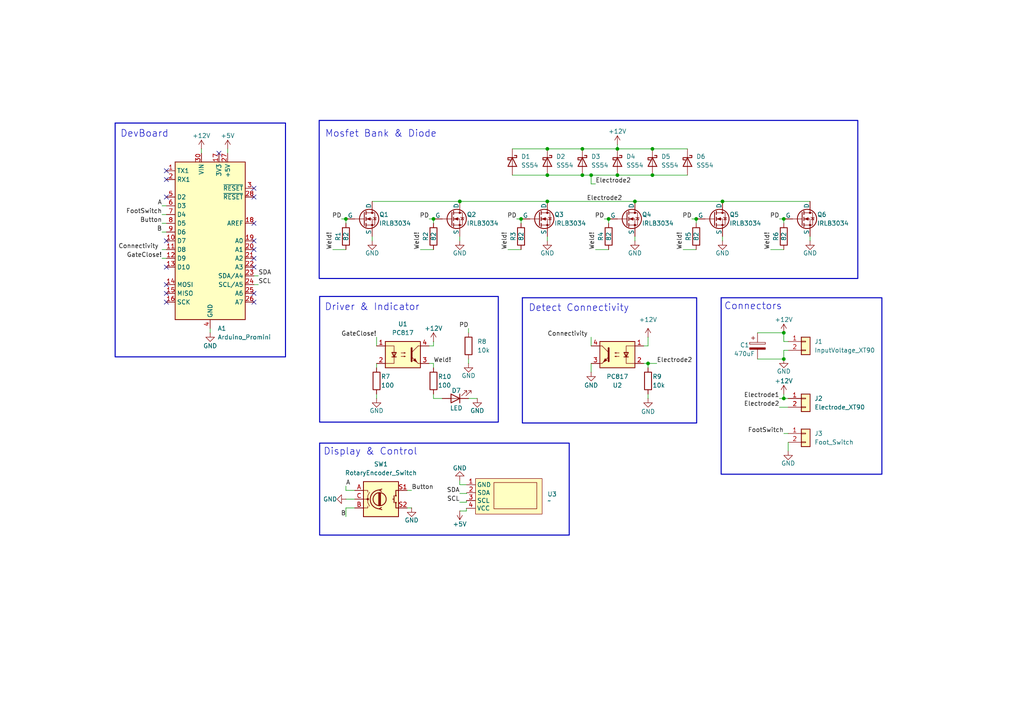
<source format=kicad_sch>
(kicad_sch
	(version 20250114)
	(generator "eeschema")
	(generator_version "9.0")
	(uuid "c2ffb85f-cb93-40a6-a531-447e000f862c")
	(paper "A4")
	(title_block
		(title "SpotWelder")
		(date "2025-09-26")
		(rev "1")
		(comment 1 "-")
	)
	(lib_symbols
		(symbol "Connector_Generic:Conn_01x02"
			(pin_names
				(offset 1.016)
				(hide yes)
			)
			(exclude_from_sim no)
			(in_bom yes)
			(on_board yes)
			(property "Reference" "J"
				(at 0 2.54 0)
				(effects
					(font
						(size 1.27 1.27)
					)
				)
			)
			(property "Value" "Conn_01x02"
				(at 0 -5.08 0)
				(effects
					(font
						(size 1.27 1.27)
					)
				)
			)
			(property "Footprint" ""
				(at 0 0 0)
				(effects
					(font
						(size 1.27 1.27)
					)
					(hide yes)
				)
			)
			(property "Datasheet" "~"
				(at 0 0 0)
				(effects
					(font
						(size 1.27 1.27)
					)
					(hide yes)
				)
			)
			(property "Description" "Generic connector, single row, 01x02, script generated (kicad-library-utils/schlib/autogen/connector/)"
				(at 0 0 0)
				(effects
					(font
						(size 1.27 1.27)
					)
					(hide yes)
				)
			)
			(property "ki_keywords" "connector"
				(at 0 0 0)
				(effects
					(font
						(size 1.27 1.27)
					)
					(hide yes)
				)
			)
			(property "ki_fp_filters" "Connector*:*_1x??_*"
				(at 0 0 0)
				(effects
					(font
						(size 1.27 1.27)
					)
					(hide yes)
				)
			)
			(symbol "Conn_01x02_1_1"
				(rectangle
					(start -1.27 1.27)
					(end 1.27 -3.81)
					(stroke
						(width 0.254)
						(type default)
					)
					(fill
						(type background)
					)
				)
				(rectangle
					(start -1.27 0.127)
					(end 0 -0.127)
					(stroke
						(width 0.1524)
						(type default)
					)
					(fill
						(type none)
					)
				)
				(rectangle
					(start -1.27 -2.413)
					(end 0 -2.667)
					(stroke
						(width 0.1524)
						(type default)
					)
					(fill
						(type none)
					)
				)
				(pin passive line
					(at -5.08 0 0)
					(length 3.81)
					(name "Pin_1"
						(effects
							(font
								(size 1.27 1.27)
							)
						)
					)
					(number "1"
						(effects
							(font
								(size 1.27 1.27)
							)
						)
					)
				)
				(pin passive line
					(at -5.08 -2.54 0)
					(length 3.81)
					(name "Pin_2"
						(effects
							(font
								(size 1.27 1.27)
							)
						)
					)
					(number "2"
						(effects
							(font
								(size 1.27 1.27)
							)
						)
					)
				)
			)
			(embedded_fonts no)
		)
		(symbol "Device:C_Polarized"
			(pin_numbers
				(hide yes)
			)
			(pin_names
				(offset 0.254)
			)
			(exclude_from_sim no)
			(in_bom yes)
			(on_board yes)
			(property "Reference" "C"
				(at 0.635 2.54 0)
				(effects
					(font
						(size 1.27 1.27)
					)
					(justify left)
				)
			)
			(property "Value" "C_Polarized"
				(at 0.635 -2.54 0)
				(effects
					(font
						(size 1.27 1.27)
					)
					(justify left)
				)
			)
			(property "Footprint" ""
				(at 0.9652 -3.81 0)
				(effects
					(font
						(size 1.27 1.27)
					)
					(hide yes)
				)
			)
			(property "Datasheet" "~"
				(at 0 0 0)
				(effects
					(font
						(size 1.27 1.27)
					)
					(hide yes)
				)
			)
			(property "Description" "Polarized capacitor"
				(at 0 0 0)
				(effects
					(font
						(size 1.27 1.27)
					)
					(hide yes)
				)
			)
			(property "ki_keywords" "cap capacitor"
				(at 0 0 0)
				(effects
					(font
						(size 1.27 1.27)
					)
					(hide yes)
				)
			)
			(property "ki_fp_filters" "CP_*"
				(at 0 0 0)
				(effects
					(font
						(size 1.27 1.27)
					)
					(hide yes)
				)
			)
			(symbol "C_Polarized_0_1"
				(rectangle
					(start -2.286 0.508)
					(end 2.286 1.016)
					(stroke
						(width 0)
						(type default)
					)
					(fill
						(type none)
					)
				)
				(polyline
					(pts
						(xy -1.778 2.286) (xy -0.762 2.286)
					)
					(stroke
						(width 0)
						(type default)
					)
					(fill
						(type none)
					)
				)
				(polyline
					(pts
						(xy -1.27 2.794) (xy -1.27 1.778)
					)
					(stroke
						(width 0)
						(type default)
					)
					(fill
						(type none)
					)
				)
				(rectangle
					(start 2.286 -0.508)
					(end -2.286 -1.016)
					(stroke
						(width 0)
						(type default)
					)
					(fill
						(type outline)
					)
				)
			)
			(symbol "C_Polarized_1_1"
				(pin passive line
					(at 0 3.81 270)
					(length 2.794)
					(name "~"
						(effects
							(font
								(size 1.27 1.27)
							)
						)
					)
					(number "1"
						(effects
							(font
								(size 1.27 1.27)
							)
						)
					)
				)
				(pin passive line
					(at 0 -3.81 90)
					(length 2.794)
					(name "~"
						(effects
							(font
								(size 1.27 1.27)
							)
						)
					)
					(number "2"
						(effects
							(font
								(size 1.27 1.27)
							)
						)
					)
				)
			)
			(embedded_fonts no)
		)
		(symbol "Device:D_Schottky"
			(pin_numbers
				(hide yes)
			)
			(pin_names
				(offset 1.016)
				(hide yes)
			)
			(exclude_from_sim no)
			(in_bom yes)
			(on_board yes)
			(property "Reference" "D"
				(at 0 2.54 0)
				(effects
					(font
						(size 1.27 1.27)
					)
				)
			)
			(property "Value" "D_Schottky"
				(at 0 -2.54 0)
				(effects
					(font
						(size 1.27 1.27)
					)
				)
			)
			(property "Footprint" ""
				(at 0 0 0)
				(effects
					(font
						(size 1.27 1.27)
					)
					(hide yes)
				)
			)
			(property "Datasheet" "~"
				(at 0 0 0)
				(effects
					(font
						(size 1.27 1.27)
					)
					(hide yes)
				)
			)
			(property "Description" "Schottky diode"
				(at 0 0 0)
				(effects
					(font
						(size 1.27 1.27)
					)
					(hide yes)
				)
			)
			(property "ki_keywords" "diode Schottky"
				(at 0 0 0)
				(effects
					(font
						(size 1.27 1.27)
					)
					(hide yes)
				)
			)
			(property "ki_fp_filters" "TO-???* *_Diode_* *SingleDiode* D_*"
				(at 0 0 0)
				(effects
					(font
						(size 1.27 1.27)
					)
					(hide yes)
				)
			)
			(symbol "D_Schottky_0_1"
				(polyline
					(pts
						(xy -1.905 0.635) (xy -1.905 1.27) (xy -1.27 1.27) (xy -1.27 -1.27) (xy -0.635 -1.27) (xy -0.635 -0.635)
					)
					(stroke
						(width 0.254)
						(type default)
					)
					(fill
						(type none)
					)
				)
				(polyline
					(pts
						(xy 1.27 1.27) (xy 1.27 -1.27) (xy -1.27 0) (xy 1.27 1.27)
					)
					(stroke
						(width 0.254)
						(type default)
					)
					(fill
						(type none)
					)
				)
				(polyline
					(pts
						(xy 1.27 0) (xy -1.27 0)
					)
					(stroke
						(width 0)
						(type default)
					)
					(fill
						(type none)
					)
				)
			)
			(symbol "D_Schottky_1_1"
				(pin passive line
					(at -3.81 0 0)
					(length 2.54)
					(name "K"
						(effects
							(font
								(size 1.27 1.27)
							)
						)
					)
					(number "1"
						(effects
							(font
								(size 1.27 1.27)
							)
						)
					)
				)
				(pin passive line
					(at 3.81 0 180)
					(length 2.54)
					(name "A"
						(effects
							(font
								(size 1.27 1.27)
							)
						)
					)
					(number "2"
						(effects
							(font
								(size 1.27 1.27)
							)
						)
					)
				)
			)
			(embedded_fonts no)
		)
		(symbol "Device:LED"
			(pin_numbers
				(hide yes)
			)
			(pin_names
				(offset 1.016)
				(hide yes)
			)
			(exclude_from_sim no)
			(in_bom yes)
			(on_board yes)
			(property "Reference" "D"
				(at 0 2.54 0)
				(effects
					(font
						(size 1.27 1.27)
					)
				)
			)
			(property "Value" "LED"
				(at 0 -2.54 0)
				(effects
					(font
						(size 1.27 1.27)
					)
				)
			)
			(property "Footprint" ""
				(at 0 0 0)
				(effects
					(font
						(size 1.27 1.27)
					)
					(hide yes)
				)
			)
			(property "Datasheet" "~"
				(at 0 0 0)
				(effects
					(font
						(size 1.27 1.27)
					)
					(hide yes)
				)
			)
			(property "Description" "Light emitting diode"
				(at 0 0 0)
				(effects
					(font
						(size 1.27 1.27)
					)
					(hide yes)
				)
			)
			(property "Sim.Pins" "1=K 2=A"
				(at 0 0 0)
				(effects
					(font
						(size 1.27 1.27)
					)
					(hide yes)
				)
			)
			(property "ki_keywords" "LED diode"
				(at 0 0 0)
				(effects
					(font
						(size 1.27 1.27)
					)
					(hide yes)
				)
			)
			(property "ki_fp_filters" "LED* LED_SMD:* LED_THT:*"
				(at 0 0 0)
				(effects
					(font
						(size 1.27 1.27)
					)
					(hide yes)
				)
			)
			(symbol "LED_0_1"
				(polyline
					(pts
						(xy -3.048 -0.762) (xy -4.572 -2.286) (xy -3.81 -2.286) (xy -4.572 -2.286) (xy -4.572 -1.524)
					)
					(stroke
						(width 0)
						(type default)
					)
					(fill
						(type none)
					)
				)
				(polyline
					(pts
						(xy -1.778 -0.762) (xy -3.302 -2.286) (xy -2.54 -2.286) (xy -3.302 -2.286) (xy -3.302 -1.524)
					)
					(stroke
						(width 0)
						(type default)
					)
					(fill
						(type none)
					)
				)
				(polyline
					(pts
						(xy -1.27 0) (xy 1.27 0)
					)
					(stroke
						(width 0)
						(type default)
					)
					(fill
						(type none)
					)
				)
				(polyline
					(pts
						(xy -1.27 -1.27) (xy -1.27 1.27)
					)
					(stroke
						(width 0.254)
						(type default)
					)
					(fill
						(type none)
					)
				)
				(polyline
					(pts
						(xy 1.27 -1.27) (xy 1.27 1.27) (xy -1.27 0) (xy 1.27 -1.27)
					)
					(stroke
						(width 0.254)
						(type default)
					)
					(fill
						(type none)
					)
				)
			)
			(symbol "LED_1_1"
				(pin passive line
					(at -3.81 0 0)
					(length 2.54)
					(name "K"
						(effects
							(font
								(size 1.27 1.27)
							)
						)
					)
					(number "1"
						(effects
							(font
								(size 1.27 1.27)
							)
						)
					)
				)
				(pin passive line
					(at 3.81 0 180)
					(length 2.54)
					(name "A"
						(effects
							(font
								(size 1.27 1.27)
							)
						)
					)
					(number "2"
						(effects
							(font
								(size 1.27 1.27)
							)
						)
					)
				)
			)
			(embedded_fonts no)
		)
		(symbol "Device:R"
			(pin_numbers
				(hide yes)
			)
			(pin_names
				(offset 0)
			)
			(exclude_from_sim no)
			(in_bom yes)
			(on_board yes)
			(property "Reference" "R"
				(at 2.032 0 90)
				(effects
					(font
						(size 1.27 1.27)
					)
				)
			)
			(property "Value" "R"
				(at 0 0 90)
				(effects
					(font
						(size 1.27 1.27)
					)
				)
			)
			(property "Footprint" ""
				(at -1.778 0 90)
				(effects
					(font
						(size 1.27 1.27)
					)
					(hide yes)
				)
			)
			(property "Datasheet" "~"
				(at 0 0 0)
				(effects
					(font
						(size 1.27 1.27)
					)
					(hide yes)
				)
			)
			(property "Description" "Resistor"
				(at 0 0 0)
				(effects
					(font
						(size 1.27 1.27)
					)
					(hide yes)
				)
			)
			(property "ki_keywords" "R res resistor"
				(at 0 0 0)
				(effects
					(font
						(size 1.27 1.27)
					)
					(hide yes)
				)
			)
			(property "ki_fp_filters" "R_*"
				(at 0 0 0)
				(effects
					(font
						(size 1.27 1.27)
					)
					(hide yes)
				)
			)
			(symbol "R_0_1"
				(rectangle
					(start -1.016 -2.54)
					(end 1.016 2.54)
					(stroke
						(width 0.254)
						(type default)
					)
					(fill
						(type none)
					)
				)
			)
			(symbol "R_1_1"
				(pin passive line
					(at 0 3.81 270)
					(length 1.27)
					(name "~"
						(effects
							(font
								(size 1.27 1.27)
							)
						)
					)
					(number "1"
						(effects
							(font
								(size 1.27 1.27)
							)
						)
					)
				)
				(pin passive line
					(at 0 -3.81 90)
					(length 1.27)
					(name "~"
						(effects
							(font
								(size 1.27 1.27)
							)
						)
					)
					(number "2"
						(effects
							(font
								(size 1.27 1.27)
							)
						)
					)
				)
			)
			(embedded_fonts no)
		)
		(symbol "Device:RotaryEncoder_Switch"
			(pin_names
				(offset 0.254)
				(hide yes)
			)
			(exclude_from_sim no)
			(in_bom yes)
			(on_board yes)
			(property "Reference" "SW"
				(at 0 6.604 0)
				(effects
					(font
						(size 1.27 1.27)
					)
				)
			)
			(property "Value" "RotaryEncoder_Switch"
				(at 0 -6.604 0)
				(effects
					(font
						(size 1.27 1.27)
					)
				)
			)
			(property "Footprint" ""
				(at -3.81 4.064 0)
				(effects
					(font
						(size 1.27 1.27)
					)
					(hide yes)
				)
			)
			(property "Datasheet" "~"
				(at 0 6.604 0)
				(effects
					(font
						(size 1.27 1.27)
					)
					(hide yes)
				)
			)
			(property "Description" "Rotary encoder, dual channel, incremental quadrate outputs, with switch"
				(at 0 0 0)
				(effects
					(font
						(size 1.27 1.27)
					)
					(hide yes)
				)
			)
			(property "ki_keywords" "rotary switch encoder switch push button"
				(at 0 0 0)
				(effects
					(font
						(size 1.27 1.27)
					)
					(hide yes)
				)
			)
			(property "ki_fp_filters" "RotaryEncoder*Switch*"
				(at 0 0 0)
				(effects
					(font
						(size 1.27 1.27)
					)
					(hide yes)
				)
			)
			(symbol "RotaryEncoder_Switch_0_1"
				(rectangle
					(start -5.08 5.08)
					(end 5.08 -5.08)
					(stroke
						(width 0.254)
						(type default)
					)
					(fill
						(type background)
					)
				)
				(polyline
					(pts
						(xy -5.08 2.54) (xy -3.81 2.54) (xy -3.81 2.032)
					)
					(stroke
						(width 0)
						(type default)
					)
					(fill
						(type none)
					)
				)
				(polyline
					(pts
						(xy -5.08 0) (xy -3.81 0) (xy -3.81 -1.016) (xy -3.302 -2.032)
					)
					(stroke
						(width 0)
						(type default)
					)
					(fill
						(type none)
					)
				)
				(polyline
					(pts
						(xy -5.08 -2.54) (xy -3.81 -2.54) (xy -3.81 -2.032)
					)
					(stroke
						(width 0)
						(type default)
					)
					(fill
						(type none)
					)
				)
				(polyline
					(pts
						(xy -4.318 0) (xy -3.81 0) (xy -3.81 1.016) (xy -3.302 2.032)
					)
					(stroke
						(width 0)
						(type default)
					)
					(fill
						(type none)
					)
				)
				(circle
					(center -3.81 0)
					(radius 0.254)
					(stroke
						(width 0)
						(type default)
					)
					(fill
						(type outline)
					)
				)
				(polyline
					(pts
						(xy -0.635 -1.778) (xy -0.635 1.778)
					)
					(stroke
						(width 0.254)
						(type default)
					)
					(fill
						(type none)
					)
				)
				(circle
					(center -0.381 0)
					(radius 1.905)
					(stroke
						(width 0.254)
						(type default)
					)
					(fill
						(type none)
					)
				)
				(polyline
					(pts
						(xy -0.381 -1.778) (xy -0.381 1.778)
					)
					(stroke
						(width 0.254)
						(type default)
					)
					(fill
						(type none)
					)
				)
				(arc
					(start -0.381 -2.794)
					(mid -3.0988 -0.0635)
					(end -0.381 2.667)
					(stroke
						(width 0.254)
						(type default)
					)
					(fill
						(type none)
					)
				)
				(polyline
					(pts
						(xy -0.127 1.778) (xy -0.127 -1.778)
					)
					(stroke
						(width 0.254)
						(type default)
					)
					(fill
						(type none)
					)
				)
				(polyline
					(pts
						(xy 0.254 2.921) (xy -0.508 2.667) (xy 0.127 2.286)
					)
					(stroke
						(width 0.254)
						(type default)
					)
					(fill
						(type none)
					)
				)
				(polyline
					(pts
						(xy 0.254 -3.048) (xy -0.508 -2.794) (xy 0.127 -2.413)
					)
					(stroke
						(width 0.254)
						(type default)
					)
					(fill
						(type none)
					)
				)
				(polyline
					(pts
						(xy 3.81 1.016) (xy 3.81 -1.016)
					)
					(stroke
						(width 0.254)
						(type default)
					)
					(fill
						(type none)
					)
				)
				(polyline
					(pts
						(xy 3.81 0) (xy 3.429 0)
					)
					(stroke
						(width 0.254)
						(type default)
					)
					(fill
						(type none)
					)
				)
				(circle
					(center 4.318 1.016)
					(radius 0.127)
					(stroke
						(width 0.254)
						(type default)
					)
					(fill
						(type none)
					)
				)
				(circle
					(center 4.318 -1.016)
					(radius 0.127)
					(stroke
						(width 0.254)
						(type default)
					)
					(fill
						(type none)
					)
				)
				(polyline
					(pts
						(xy 5.08 2.54) (xy 4.318 2.54) (xy 4.318 1.016)
					)
					(stroke
						(width 0.254)
						(type default)
					)
					(fill
						(type none)
					)
				)
				(polyline
					(pts
						(xy 5.08 -2.54) (xy 4.318 -2.54) (xy 4.318 -1.016)
					)
					(stroke
						(width 0.254)
						(type default)
					)
					(fill
						(type none)
					)
				)
			)
			(symbol "RotaryEncoder_Switch_1_1"
				(pin passive line
					(at -7.62 2.54 0)
					(length 2.54)
					(name "A"
						(effects
							(font
								(size 1.27 1.27)
							)
						)
					)
					(number "A"
						(effects
							(font
								(size 1.27 1.27)
							)
						)
					)
				)
				(pin passive line
					(at -7.62 0 0)
					(length 2.54)
					(name "C"
						(effects
							(font
								(size 1.27 1.27)
							)
						)
					)
					(number "C"
						(effects
							(font
								(size 1.27 1.27)
							)
						)
					)
				)
				(pin passive line
					(at -7.62 -2.54 0)
					(length 2.54)
					(name "B"
						(effects
							(font
								(size 1.27 1.27)
							)
						)
					)
					(number "B"
						(effects
							(font
								(size 1.27 1.27)
							)
						)
					)
				)
				(pin passive line
					(at 7.62 2.54 180)
					(length 2.54)
					(name "S1"
						(effects
							(font
								(size 1.27 1.27)
							)
						)
					)
					(number "S1"
						(effects
							(font
								(size 1.27 1.27)
							)
						)
					)
				)
				(pin passive line
					(at 7.62 -2.54 180)
					(length 2.54)
					(name "S2"
						(effects
							(font
								(size 1.27 1.27)
							)
						)
					)
					(number "S2"
						(effects
							(font
								(size 1.27 1.27)
							)
						)
					)
				)
			)
			(embedded_fonts no)
		)
		(symbol "Isolator:PC817"
			(pin_names
				(offset 1.016)
			)
			(exclude_from_sim no)
			(in_bom yes)
			(on_board yes)
			(property "Reference" "U"
				(at -5.08 5.08 0)
				(effects
					(font
						(size 1.27 1.27)
					)
					(justify left)
				)
			)
			(property "Value" "PC817"
				(at 0 5.08 0)
				(effects
					(font
						(size 1.27 1.27)
					)
					(justify left)
				)
			)
			(property "Footprint" "Package_DIP:DIP-4_W7.62mm"
				(at -5.08 -5.08 0)
				(effects
					(font
						(size 1.27 1.27)
						(italic yes)
					)
					(justify left)
					(hide yes)
				)
			)
			(property "Datasheet" "http://www.soselectronic.cz/a_info/resource/d/pc817.pdf"
				(at 0 0 0)
				(effects
					(font
						(size 1.27 1.27)
					)
					(justify left)
					(hide yes)
				)
			)
			(property "Description" "DC Optocoupler, Vce 35V, CTR 50-300%, DIP-4"
				(at 0 0 0)
				(effects
					(font
						(size 1.27 1.27)
					)
					(hide yes)
				)
			)
			(property "ki_keywords" "NPN DC Optocoupler"
				(at 0 0 0)
				(effects
					(font
						(size 1.27 1.27)
					)
					(hide yes)
				)
			)
			(property "ki_fp_filters" "DIP*W7.62mm*"
				(at 0 0 0)
				(effects
					(font
						(size 1.27 1.27)
					)
					(hide yes)
				)
			)
			(symbol "PC817_0_1"
				(rectangle
					(start -5.08 3.81)
					(end 5.08 -3.81)
					(stroke
						(width 0.254)
						(type default)
					)
					(fill
						(type background)
					)
				)
				(polyline
					(pts
						(xy -5.08 2.54) (xy -2.54 2.54) (xy -2.54 -0.635)
					)
					(stroke
						(width 0)
						(type default)
					)
					(fill
						(type none)
					)
				)
				(polyline
					(pts
						(xy -3.175 -0.635) (xy -1.905 -0.635)
					)
					(stroke
						(width 0.254)
						(type default)
					)
					(fill
						(type none)
					)
				)
				(polyline
					(pts
						(xy -2.54 -0.635) (xy -2.54 -2.54) (xy -5.08 -2.54)
					)
					(stroke
						(width 0)
						(type default)
					)
					(fill
						(type none)
					)
				)
				(polyline
					(pts
						(xy -2.54 -0.635) (xy -3.175 0.635) (xy -1.905 0.635) (xy -2.54 -0.635)
					)
					(stroke
						(width 0.254)
						(type default)
					)
					(fill
						(type none)
					)
				)
				(polyline
					(pts
						(xy -0.508 0.508) (xy 0.762 0.508) (xy 0.381 0.381) (xy 0.381 0.635) (xy 0.762 0.508)
					)
					(stroke
						(width 0)
						(type default)
					)
					(fill
						(type none)
					)
				)
				(polyline
					(pts
						(xy -0.508 -0.508) (xy 0.762 -0.508) (xy 0.381 -0.635) (xy 0.381 -0.381) (xy 0.762 -0.508)
					)
					(stroke
						(width 0)
						(type default)
					)
					(fill
						(type none)
					)
				)
				(polyline
					(pts
						(xy 2.54 1.905) (xy 2.54 -1.905) (xy 2.54 -1.905)
					)
					(stroke
						(width 0.508)
						(type default)
					)
					(fill
						(type none)
					)
				)
				(polyline
					(pts
						(xy 2.54 0.635) (xy 4.445 2.54)
					)
					(stroke
						(width 0)
						(type default)
					)
					(fill
						(type none)
					)
				)
				(polyline
					(pts
						(xy 3.048 -1.651) (xy 3.556 -1.143) (xy 4.064 -2.159) (xy 3.048 -1.651) (xy 3.048 -1.651)
					)
					(stroke
						(width 0)
						(type default)
					)
					(fill
						(type outline)
					)
				)
				(polyline
					(pts
						(xy 4.445 2.54) (xy 5.08 2.54)
					)
					(stroke
						(width 0)
						(type default)
					)
					(fill
						(type none)
					)
				)
				(polyline
					(pts
						(xy 4.445 -2.54) (xy 2.54 -0.635)
					)
					(stroke
						(width 0)
						(type default)
					)
					(fill
						(type outline)
					)
				)
				(polyline
					(pts
						(xy 4.445 -2.54) (xy 5.08 -2.54)
					)
					(stroke
						(width 0)
						(type default)
					)
					(fill
						(type none)
					)
				)
			)
			(symbol "PC817_1_1"
				(pin passive line
					(at -7.62 2.54 0)
					(length 2.54)
					(name "~"
						(effects
							(font
								(size 1.27 1.27)
							)
						)
					)
					(number "1"
						(effects
							(font
								(size 1.27 1.27)
							)
						)
					)
				)
				(pin passive line
					(at -7.62 -2.54 0)
					(length 2.54)
					(name "~"
						(effects
							(font
								(size 1.27 1.27)
							)
						)
					)
					(number "2"
						(effects
							(font
								(size 1.27 1.27)
							)
						)
					)
				)
				(pin passive line
					(at 7.62 2.54 180)
					(length 2.54)
					(name "~"
						(effects
							(font
								(size 1.27 1.27)
							)
						)
					)
					(number "4"
						(effects
							(font
								(size 1.27 1.27)
							)
						)
					)
				)
				(pin passive line
					(at 7.62 -2.54 180)
					(length 2.54)
					(name "~"
						(effects
							(font
								(size 1.27 1.27)
							)
						)
					)
					(number "3"
						(effects
							(font
								(size 1.27 1.27)
							)
						)
					)
				)
			)
			(embedded_fonts no)
		)
		(symbol "MCU_Module:Arduino_Nano_Every"
			(exclude_from_sim no)
			(in_bom yes)
			(on_board yes)
			(property "Reference" "A"
				(at -10.16 23.495 0)
				(effects
					(font
						(size 1.27 1.27)
					)
					(justify left bottom)
				)
			)
			(property "Value" "Arduino_Nano_Every"
				(at 5.08 -24.13 0)
				(effects
					(font
						(size 1.27 1.27)
					)
					(justify left top)
				)
			)
			(property "Footprint" "Module:Arduino_Nano"
				(at 0 0 0)
				(effects
					(font
						(size 1.27 1.27)
						(italic yes)
					)
					(hide yes)
				)
			)
			(property "Datasheet" "https://content.arduino.cc/assets/NANOEveryV3.0_sch.pdf"
				(at 0 0 0)
				(effects
					(font
						(size 1.27 1.27)
					)
					(hide yes)
				)
			)
			(property "Description" "Arduino Nano Every"
				(at 0 0 0)
				(effects
					(font
						(size 1.27 1.27)
					)
					(hide yes)
				)
			)
			(property "ki_keywords" "Arduino nano microcontroller module USB UPDI AATMega4809 AVR"
				(at 0 0 0)
				(effects
					(font
						(size 1.27 1.27)
					)
					(hide yes)
				)
			)
			(property "ki_fp_filters" "Arduino*Nano*"
				(at 0 0 0)
				(effects
					(font
						(size 1.27 1.27)
					)
					(hide yes)
				)
			)
			(symbol "Arduino_Nano_Every_0_1"
				(rectangle
					(start -10.16 22.86)
					(end 10.16 -22.86)
					(stroke
						(width 0.254)
						(type default)
					)
					(fill
						(type background)
					)
				)
			)
			(symbol "Arduino_Nano_Every_1_1"
				(pin bidirectional line
					(at -12.7 20.32 0)
					(length 2.54)
					(name "TX1"
						(effects
							(font
								(size 1.27 1.27)
							)
						)
					)
					(number "1"
						(effects
							(font
								(size 1.27 1.27)
							)
						)
					)
				)
				(pin bidirectional line
					(at -12.7 17.78 0)
					(length 2.54)
					(name "RX1"
						(effects
							(font
								(size 1.27 1.27)
							)
						)
					)
					(number "2"
						(effects
							(font
								(size 1.27 1.27)
							)
						)
					)
				)
				(pin bidirectional line
					(at -12.7 12.7 0)
					(length 2.54)
					(name "D2"
						(effects
							(font
								(size 1.27 1.27)
							)
						)
					)
					(number "5"
						(effects
							(font
								(size 1.27 1.27)
							)
						)
					)
				)
				(pin bidirectional line
					(at -12.7 10.16 0)
					(length 2.54)
					(name "D3"
						(effects
							(font
								(size 1.27 1.27)
							)
						)
					)
					(number "6"
						(effects
							(font
								(size 1.27 1.27)
							)
						)
					)
				)
				(pin bidirectional line
					(at -12.7 7.62 0)
					(length 2.54)
					(name "D4"
						(effects
							(font
								(size 1.27 1.27)
							)
						)
					)
					(number "7"
						(effects
							(font
								(size 1.27 1.27)
							)
						)
					)
				)
				(pin bidirectional line
					(at -12.7 5.08 0)
					(length 2.54)
					(name "D5"
						(effects
							(font
								(size 1.27 1.27)
							)
						)
					)
					(number "8"
						(effects
							(font
								(size 1.27 1.27)
							)
						)
					)
				)
				(pin bidirectional line
					(at -12.7 2.54 0)
					(length 2.54)
					(name "D6"
						(effects
							(font
								(size 1.27 1.27)
							)
						)
					)
					(number "9"
						(effects
							(font
								(size 1.27 1.27)
							)
						)
					)
				)
				(pin bidirectional line
					(at -12.7 0 0)
					(length 2.54)
					(name "D7"
						(effects
							(font
								(size 1.27 1.27)
							)
						)
					)
					(number "10"
						(effects
							(font
								(size 1.27 1.27)
							)
						)
					)
				)
				(pin bidirectional line
					(at -12.7 -2.54 0)
					(length 2.54)
					(name "D8"
						(effects
							(font
								(size 1.27 1.27)
							)
						)
					)
					(number "11"
						(effects
							(font
								(size 1.27 1.27)
							)
						)
					)
				)
				(pin bidirectional line
					(at -12.7 -5.08 0)
					(length 2.54)
					(name "D9"
						(effects
							(font
								(size 1.27 1.27)
							)
						)
					)
					(number "12"
						(effects
							(font
								(size 1.27 1.27)
							)
						)
					)
				)
				(pin bidirectional line
					(at -12.7 -7.62 0)
					(length 2.54)
					(name "D10"
						(effects
							(font
								(size 1.27 1.27)
							)
						)
					)
					(number "13"
						(effects
							(font
								(size 1.27 1.27)
							)
						)
					)
				)
				(pin bidirectional line
					(at -12.7 -12.7 0)
					(length 2.54)
					(name "MOSI"
						(effects
							(font
								(size 1.27 1.27)
							)
						)
					)
					(number "14"
						(effects
							(font
								(size 1.27 1.27)
							)
						)
					)
				)
				(pin bidirectional line
					(at -12.7 -15.24 0)
					(length 2.54)
					(name "MISO"
						(effects
							(font
								(size 1.27 1.27)
							)
						)
					)
					(number "15"
						(effects
							(font
								(size 1.27 1.27)
							)
						)
					)
				)
				(pin bidirectional line
					(at -12.7 -17.78 0)
					(length 2.54)
					(name "SCK"
						(effects
							(font
								(size 1.27 1.27)
							)
						)
					)
					(number "16"
						(effects
							(font
								(size 1.27 1.27)
							)
						)
					)
				)
				(pin power_in line
					(at -2.54 25.4 270)
					(length 2.54)
					(name "VIN"
						(effects
							(font
								(size 1.27 1.27)
							)
						)
					)
					(number "30"
						(effects
							(font
								(size 1.27 1.27)
							)
						)
					)
				)
				(pin passive line
					(at 0 -25.4 90)
					(length 2.54)
					(hide yes)
					(name "GND"
						(effects
							(font
								(size 1.27 1.27)
							)
						)
					)
					(number "29"
						(effects
							(font
								(size 1.27 1.27)
							)
						)
					)
				)
				(pin power_in line
					(at 0 -25.4 90)
					(length 2.54)
					(name "GND"
						(effects
							(font
								(size 1.27 1.27)
							)
						)
					)
					(number "4"
						(effects
							(font
								(size 1.27 1.27)
							)
						)
					)
				)
				(pin power_out line
					(at 2.54 25.4 270)
					(length 2.54)
					(name "3V3"
						(effects
							(font
								(size 1.27 1.27)
							)
						)
					)
					(number "17"
						(effects
							(font
								(size 1.27 1.27)
							)
						)
					)
				)
				(pin power_out line
					(at 5.08 25.4 270)
					(length 2.54)
					(name "+5V"
						(effects
							(font
								(size 1.27 1.27)
							)
						)
					)
					(number "27"
						(effects
							(font
								(size 1.27 1.27)
							)
						)
					)
				)
				(pin input line
					(at 12.7 15.24 180)
					(length 2.54)
					(name "~{RESET}"
						(effects
							(font
								(size 1.27 1.27)
							)
						)
					)
					(number "3"
						(effects
							(font
								(size 1.27 1.27)
							)
						)
					)
				)
				(pin input line
					(at 12.7 12.7 180)
					(length 2.54)
					(name "~{RESET}"
						(effects
							(font
								(size 1.27 1.27)
							)
						)
					)
					(number "28"
						(effects
							(font
								(size 1.27 1.27)
							)
						)
					)
				)
				(pin input line
					(at 12.7 5.08 180)
					(length 2.54)
					(name "AREF"
						(effects
							(font
								(size 1.27 1.27)
							)
						)
					)
					(number "18"
						(effects
							(font
								(size 1.27 1.27)
							)
						)
					)
				)
				(pin bidirectional line
					(at 12.7 0 180)
					(length 2.54)
					(name "A0"
						(effects
							(font
								(size 1.27 1.27)
							)
						)
					)
					(number "19"
						(effects
							(font
								(size 1.27 1.27)
							)
						)
					)
				)
				(pin bidirectional line
					(at 12.7 -2.54 180)
					(length 2.54)
					(name "A1"
						(effects
							(font
								(size 1.27 1.27)
							)
						)
					)
					(number "20"
						(effects
							(font
								(size 1.27 1.27)
							)
						)
					)
				)
				(pin bidirectional line
					(at 12.7 -5.08 180)
					(length 2.54)
					(name "A2"
						(effects
							(font
								(size 1.27 1.27)
							)
						)
					)
					(number "21"
						(effects
							(font
								(size 1.27 1.27)
							)
						)
					)
				)
				(pin bidirectional line
					(at 12.7 -7.62 180)
					(length 2.54)
					(name "A3"
						(effects
							(font
								(size 1.27 1.27)
							)
						)
					)
					(number "22"
						(effects
							(font
								(size 1.27 1.27)
							)
						)
					)
				)
				(pin bidirectional line
					(at 12.7 -10.16 180)
					(length 2.54)
					(name "SDA/A4"
						(effects
							(font
								(size 1.27 1.27)
							)
						)
					)
					(number "23"
						(effects
							(font
								(size 1.27 1.27)
							)
						)
					)
				)
				(pin bidirectional line
					(at 12.7 -12.7 180)
					(length 2.54)
					(name "SCL/A5"
						(effects
							(font
								(size 1.27 1.27)
							)
						)
					)
					(number "24"
						(effects
							(font
								(size 1.27 1.27)
							)
						)
					)
				)
				(pin bidirectional line
					(at 12.7 -15.24 180)
					(length 2.54)
					(name "A6"
						(effects
							(font
								(size 1.27 1.27)
							)
						)
					)
					(number "25"
						(effects
							(font
								(size 1.27 1.27)
							)
						)
					)
				)
				(pin bidirectional line
					(at 12.7 -17.78 180)
					(length 2.54)
					(name "A7"
						(effects
							(font
								(size 1.27 1.27)
							)
						)
					)
					(number "26"
						(effects
							(font
								(size 1.27 1.27)
							)
						)
					)
				)
			)
			(embedded_fonts no)
		)
		(symbol "Simulation_SPICE:NMOS"
			(pin_numbers
				(hide yes)
			)
			(pin_names
				(offset 0)
			)
			(exclude_from_sim no)
			(in_bom yes)
			(on_board yes)
			(property "Reference" "Q"
				(at 5.08 1.27 0)
				(effects
					(font
						(size 1.27 1.27)
					)
					(justify left)
				)
			)
			(property "Value" "NMOS"
				(at 5.08 -1.27 0)
				(effects
					(font
						(size 1.27 1.27)
					)
					(justify left)
				)
			)
			(property "Footprint" ""
				(at 5.08 2.54 0)
				(effects
					(font
						(size 1.27 1.27)
					)
					(hide yes)
				)
			)
			(property "Datasheet" "https://ngspice.sourceforge.io/docs/ngspice-html-manual/manual.xhtml#cha_MOSFETs"
				(at 0 -12.7 0)
				(effects
					(font
						(size 1.27 1.27)
					)
					(hide yes)
				)
			)
			(property "Description" "N-MOSFET transistor, drain/source/gate"
				(at 0 0 0)
				(effects
					(font
						(size 1.27 1.27)
					)
					(hide yes)
				)
			)
			(property "Sim.Device" "NMOS"
				(at 0 -17.145 0)
				(effects
					(font
						(size 1.27 1.27)
					)
					(hide yes)
				)
			)
			(property "Sim.Type" "VDMOS"
				(at 0 -19.05 0)
				(effects
					(font
						(size 1.27 1.27)
					)
					(hide yes)
				)
			)
			(property "Sim.Pins" "1=D 2=G 3=S"
				(at 0 -15.24 0)
				(effects
					(font
						(size 1.27 1.27)
					)
					(hide yes)
				)
			)
			(property "ki_keywords" "transistor NMOS N-MOS N-MOSFET simulation"
				(at 0 0 0)
				(effects
					(font
						(size 1.27 1.27)
					)
					(hide yes)
				)
			)
			(symbol "NMOS_0_1"
				(polyline
					(pts
						(xy 0.254 1.905) (xy 0.254 -1.905)
					)
					(stroke
						(width 0.254)
						(type default)
					)
					(fill
						(type none)
					)
				)
				(polyline
					(pts
						(xy 0.254 0) (xy -2.54 0)
					)
					(stroke
						(width 0)
						(type default)
					)
					(fill
						(type none)
					)
				)
				(polyline
					(pts
						(xy 0.762 2.286) (xy 0.762 1.27)
					)
					(stroke
						(width 0.254)
						(type default)
					)
					(fill
						(type none)
					)
				)
				(polyline
					(pts
						(xy 0.762 0.508) (xy 0.762 -0.508)
					)
					(stroke
						(width 0.254)
						(type default)
					)
					(fill
						(type none)
					)
				)
				(polyline
					(pts
						(xy 0.762 -1.27) (xy 0.762 -2.286)
					)
					(stroke
						(width 0.254)
						(type default)
					)
					(fill
						(type none)
					)
				)
				(polyline
					(pts
						(xy 0.762 -1.778) (xy 3.302 -1.778) (xy 3.302 1.778) (xy 0.762 1.778)
					)
					(stroke
						(width 0)
						(type default)
					)
					(fill
						(type none)
					)
				)
				(polyline
					(pts
						(xy 1.016 0) (xy 2.032 0.381) (xy 2.032 -0.381) (xy 1.016 0)
					)
					(stroke
						(width 0)
						(type default)
					)
					(fill
						(type outline)
					)
				)
				(circle
					(center 1.651 0)
					(radius 2.794)
					(stroke
						(width 0.254)
						(type default)
					)
					(fill
						(type none)
					)
				)
				(polyline
					(pts
						(xy 2.54 2.54) (xy 2.54 1.778)
					)
					(stroke
						(width 0)
						(type default)
					)
					(fill
						(type none)
					)
				)
				(circle
					(center 2.54 1.778)
					(radius 0.254)
					(stroke
						(width 0)
						(type default)
					)
					(fill
						(type outline)
					)
				)
				(circle
					(center 2.54 -1.778)
					(radius 0.254)
					(stroke
						(width 0)
						(type default)
					)
					(fill
						(type outline)
					)
				)
				(polyline
					(pts
						(xy 2.54 -2.54) (xy 2.54 0) (xy 0.762 0)
					)
					(stroke
						(width 0)
						(type default)
					)
					(fill
						(type none)
					)
				)
				(polyline
					(pts
						(xy 2.794 0.508) (xy 2.921 0.381) (xy 3.683 0.381) (xy 3.81 0.254)
					)
					(stroke
						(width 0)
						(type default)
					)
					(fill
						(type none)
					)
				)
				(polyline
					(pts
						(xy 3.302 0.381) (xy 2.921 -0.254) (xy 3.683 -0.254) (xy 3.302 0.381)
					)
					(stroke
						(width 0)
						(type default)
					)
					(fill
						(type none)
					)
				)
			)
			(symbol "NMOS_1_1"
				(pin input line
					(at -5.08 0 0)
					(length 2.54)
					(name "G"
						(effects
							(font
								(size 1.27 1.27)
							)
						)
					)
					(number "2"
						(effects
							(font
								(size 1.27 1.27)
							)
						)
					)
				)
				(pin passive line
					(at 2.54 5.08 270)
					(length 2.54)
					(name "D"
						(effects
							(font
								(size 1.27 1.27)
							)
						)
					)
					(number "1"
						(effects
							(font
								(size 1.27 1.27)
							)
						)
					)
				)
				(pin passive line
					(at 2.54 -5.08 90)
					(length 2.54)
					(name "S"
						(effects
							(font
								(size 1.27 1.27)
							)
						)
					)
					(number "3"
						(effects
							(font
								(size 1.27 1.27)
							)
						)
					)
				)
			)
			(embedded_fonts no)
		)
		(symbol "custom:Oled_SS1306"
			(exclude_from_sim no)
			(in_bom yes)
			(on_board yes)
			(property "Reference" "U"
				(at 0 -7.62 0)
				(effects
					(font
						(size 1.27 1.27)
					)
				)
			)
			(property "Value" ""
				(at 0 0 0)
				(effects
					(font
						(size 1.27 1.27)
					)
				)
			)
			(property "Footprint" ""
				(at 0 0 0)
				(effects
					(font
						(size 1.27 1.27)
					)
					(hide yes)
				)
			)
			(property "Datasheet" ""
				(at 0 0 0)
				(effects
					(font
						(size 1.27 1.27)
					)
					(hide yes)
				)
			)
			(property "Description" ""
				(at 0 0 0)
				(effects
					(font
						(size 1.27 1.27)
					)
					(hide yes)
				)
			)
			(symbol "Oled_SS1306_1_1"
				(rectangle
					(start -6.858 4.699)
					(end 12.446 -5.588)
					(stroke
						(width 0)
						(type solid)
					)
					(fill
						(type background)
					)
				)
				(rectangle
					(start -1.524 3.556)
					(end 10.922 -4.064)
					(stroke
						(width 0)
						(type default)
					)
					(fill
						(type none)
					)
				)
				(pin input line
					(at -9.5082 -3.9086 0)
					(length 2.54)
					(name "VCC"
						(effects
							(font
								(size 1.27 1.27)
							)
						)
					)
					(number "4"
						(effects
							(font
								(size 1.27 1.27)
							)
						)
					)
				)
				(pin input line
					(at -9.4799 -1.6784 0)
					(length 2.54)
					(name "SCL"
						(effects
							(font
								(size 1.27 1.27)
							)
						)
					)
					(number "3"
						(effects
							(font
								(size 1.27 1.27)
							)
						)
					)
				)
				(pin input line
					(at -9.4795 2.9114 0)
					(length 2.54)
					(name "GND"
						(effects
							(font
								(size 1.27 1.27)
							)
						)
					)
					(number "1"
						(effects
							(font
								(size 1.27 1.27)
							)
						)
					)
				)
				(pin output line
					(at -9.4204 0.5987 0)
					(length 2.54)
					(name "SDA"
						(effects
							(font
								(size 1.27 1.27)
							)
						)
					)
					(number "2"
						(effects
							(font
								(size 1.27 1.27)
							)
						)
					)
				)
			)
			(embedded_fonts no)
		)
		(symbol "power:+12V"
			(power)
			(pin_numbers
				(hide yes)
			)
			(pin_names
				(offset 0)
				(hide yes)
			)
			(exclude_from_sim no)
			(in_bom yes)
			(on_board yes)
			(property "Reference" "#PWR"
				(at 0 -3.81 0)
				(effects
					(font
						(size 1.27 1.27)
					)
					(hide yes)
				)
			)
			(property "Value" "+12V"
				(at 0 3.556 0)
				(effects
					(font
						(size 1.27 1.27)
					)
				)
			)
			(property "Footprint" ""
				(at 0 0 0)
				(effects
					(font
						(size 1.27 1.27)
					)
					(hide yes)
				)
			)
			(property "Datasheet" ""
				(at 0 0 0)
				(effects
					(font
						(size 1.27 1.27)
					)
					(hide yes)
				)
			)
			(property "Description" "Power symbol creates a global label with name \"+12V\""
				(at 0 0 0)
				(effects
					(font
						(size 1.27 1.27)
					)
					(hide yes)
				)
			)
			(property "ki_keywords" "global power"
				(at 0 0 0)
				(effects
					(font
						(size 1.27 1.27)
					)
					(hide yes)
				)
			)
			(symbol "+12V_0_1"
				(polyline
					(pts
						(xy -0.762 1.27) (xy 0 2.54)
					)
					(stroke
						(width 0)
						(type default)
					)
					(fill
						(type none)
					)
				)
				(polyline
					(pts
						(xy 0 2.54) (xy 0.762 1.27)
					)
					(stroke
						(width 0)
						(type default)
					)
					(fill
						(type none)
					)
				)
				(polyline
					(pts
						(xy 0 0) (xy 0 2.54)
					)
					(stroke
						(width 0)
						(type default)
					)
					(fill
						(type none)
					)
				)
			)
			(symbol "+12V_1_1"
				(pin power_in line
					(at 0 0 90)
					(length 0)
					(name "~"
						(effects
							(font
								(size 1.27 1.27)
							)
						)
					)
					(number "1"
						(effects
							(font
								(size 1.27 1.27)
							)
						)
					)
				)
			)
			(embedded_fonts no)
		)
		(symbol "power:+5V"
			(power)
			(pin_numbers
				(hide yes)
			)
			(pin_names
				(offset 0)
				(hide yes)
			)
			(exclude_from_sim no)
			(in_bom yes)
			(on_board yes)
			(property "Reference" "#PWR"
				(at 0 -3.81 0)
				(effects
					(font
						(size 1.27 1.27)
					)
					(hide yes)
				)
			)
			(property "Value" "+5V"
				(at 0 3.556 0)
				(effects
					(font
						(size 1.27 1.27)
					)
				)
			)
			(property "Footprint" ""
				(at 0 0 0)
				(effects
					(font
						(size 1.27 1.27)
					)
					(hide yes)
				)
			)
			(property "Datasheet" ""
				(at 0 0 0)
				(effects
					(font
						(size 1.27 1.27)
					)
					(hide yes)
				)
			)
			(property "Description" "Power symbol creates a global label with name \"+5V\""
				(at 0 0 0)
				(effects
					(font
						(size 1.27 1.27)
					)
					(hide yes)
				)
			)
			(property "ki_keywords" "global power"
				(at 0 0 0)
				(effects
					(font
						(size 1.27 1.27)
					)
					(hide yes)
				)
			)
			(symbol "+5V_0_1"
				(polyline
					(pts
						(xy -0.762 1.27) (xy 0 2.54)
					)
					(stroke
						(width 0)
						(type default)
					)
					(fill
						(type none)
					)
				)
				(polyline
					(pts
						(xy 0 2.54) (xy 0.762 1.27)
					)
					(stroke
						(width 0)
						(type default)
					)
					(fill
						(type none)
					)
				)
				(polyline
					(pts
						(xy 0 0) (xy 0 2.54)
					)
					(stroke
						(width 0)
						(type default)
					)
					(fill
						(type none)
					)
				)
			)
			(symbol "+5V_1_1"
				(pin power_in line
					(at 0 0 90)
					(length 0)
					(name "~"
						(effects
							(font
								(size 1.27 1.27)
							)
						)
					)
					(number "1"
						(effects
							(font
								(size 1.27 1.27)
							)
						)
					)
				)
			)
			(embedded_fonts no)
		)
		(symbol "power:GND"
			(power)
			(pin_numbers
				(hide yes)
			)
			(pin_names
				(offset 0)
				(hide yes)
			)
			(exclude_from_sim no)
			(in_bom yes)
			(on_board yes)
			(property "Reference" "#PWR"
				(at 0 -6.35 0)
				(effects
					(font
						(size 1.27 1.27)
					)
					(hide yes)
				)
			)
			(property "Value" "GND"
				(at 0 -3.81 0)
				(effects
					(font
						(size 1.27 1.27)
					)
				)
			)
			(property "Footprint" ""
				(at 0 0 0)
				(effects
					(font
						(size 1.27 1.27)
					)
					(hide yes)
				)
			)
			(property "Datasheet" ""
				(at 0 0 0)
				(effects
					(font
						(size 1.27 1.27)
					)
					(hide yes)
				)
			)
			(property "Description" "Power symbol creates a global label with name \"GND\" , ground"
				(at 0 0 0)
				(effects
					(font
						(size 1.27 1.27)
					)
					(hide yes)
				)
			)
			(property "ki_keywords" "global power"
				(at 0 0 0)
				(effects
					(font
						(size 1.27 1.27)
					)
					(hide yes)
				)
			)
			(symbol "GND_0_1"
				(polyline
					(pts
						(xy 0 0) (xy 0 -1.27) (xy 1.27 -1.27) (xy 0 -2.54) (xy -1.27 -1.27) (xy 0 -1.27)
					)
					(stroke
						(width 0)
						(type default)
					)
					(fill
						(type none)
					)
				)
			)
			(symbol "GND_1_1"
				(pin power_in line
					(at 0 0 270)
					(length 0)
					(name "~"
						(effects
							(font
								(size 1.27 1.27)
							)
						)
					)
					(number "1"
						(effects
							(font
								(size 1.27 1.27)
							)
						)
					)
				)
			)
			(embedded_fonts no)
		)
	)
	(rectangle
		(start 209.169 86.36)
		(end 255.778 137.541)
		(stroke
			(width 0.3)
			(type solid)
		)
		(fill
			(type none)
		)
		(uuid 1b6d44d6-cdf9-4781-8ff7-978df0868baa)
	)
	(rectangle
		(start 92.71 85.979)
		(end 144.526 122.428)
		(stroke
			(width 0.3)
			(type solid)
		)
		(fill
			(type none)
		)
		(uuid 3beb6afd-227c-4111-a728-85ccac42aeeb)
	)
	(rectangle
		(start 33.401 35.687)
		(end 82.804 103.505)
		(stroke
			(width 0.3)
			(type solid)
		)
		(fill
			(type none)
		)
		(uuid 5681b3c1-125d-4e9e-a65c-6ce2d156114d)
	)
	(rectangle
		(start 151.511 86.36)
		(end 202.057 122.682)
		(stroke
			(width 0.3)
			(type solid)
		)
		(fill
			(type none)
		)
		(uuid 6ee07100-70fe-4dcc-8c33-e88ced3c320b)
	)
	(rectangle
		(start 92.71 128.524)
		(end 165.1 155.194)
		(stroke
			(width 0.3)
			(type solid)
		)
		(fill
			(type none)
		)
		(uuid 9aadf80d-5652-426e-aa90-6ff59080df1d)
	)
	(rectangle
		(start 92.583 34.925)
		(end 248.793 80.772)
		(stroke
			(width 0.3)
			(type solid)
		)
		(fill
			(type none)
		)
		(uuid cae65b81-949a-4a51-b985-0e885798b729)
	)
	(text "Mosfet Bank & Diode"
		(exclude_from_sim no)
		(at 110.49 38.862 0)
		(effects
			(font
				(size 2 2)
			)
		)
		(uuid "20721a72-5486-4b2e-9be3-72238d0cddd0")
	)
	(text "Connectors"
		(exclude_from_sim no)
		(at 218.44 88.9 0)
		(effects
			(font
				(size 2 2)
			)
		)
		(uuid "bb004c88-755a-4f78-a685-b0856e93621a")
	)
	(text "DevBoard"
		(exclude_from_sim no)
		(at 41.91 38.862 0)
		(effects
			(font
				(size 2 2)
			)
		)
		(uuid "bc1850d6-9e51-4837-a59c-d62f6786e2d8")
	)
	(text "Display & Control"
		(exclude_from_sim no)
		(at 107.442 131.064 0)
		(effects
			(font
				(size 2 2)
			)
		)
		(uuid "beb46e26-7c6f-46a4-b596-c2e89ace77ca")
	)
	(text "Driver & Indicator"
		(exclude_from_sim no)
		(at 107.95 89.154 0)
		(effects
			(font
				(size 2 2)
			)
		)
		(uuid "dd339250-4d0b-4814-a7c4-165b56927753")
	)
	(text "Detect Connectivity"
		(exclude_from_sim no)
		(at 167.894 89.408 0)
		(effects
			(font
				(size 2 2)
			)
		)
		(uuid "ee605912-b4e5-4fb5-a47c-5270ee449672")
	)
	(junction
		(at 227.33 104.14)
		(diameter 0)
		(color 0 0 0 0)
		(uuid "0f45b49f-73c6-432d-949e-c81916823564")
	)
	(junction
		(at 227.33 115.57)
		(diameter 0)
		(color 0 0 0 0)
		(uuid "18e0bf47-7746-4cd8-9bc3-e32b5fcad9eb")
	)
	(junction
		(at 227.33 63.5)
		(diameter 0)
		(color 0 0 0 0)
		(uuid "1d744904-6ab7-4c82-a596-93d0c73a4f31")
	)
	(junction
		(at 176.53 63.5)
		(diameter 0)
		(color 0 0 0 0)
		(uuid "2b7daf8e-90e9-4c41-9a0a-344a6fc0f9dc")
	)
	(junction
		(at 158.75 43.18)
		(diameter 0)
		(color 0 0 0 0)
		(uuid "2cdcc42e-4cf7-4974-b602-f5c492070bd9")
	)
	(junction
		(at 184.15 58.42)
		(diameter 0)
		(color 0 0 0 0)
		(uuid "3413ee3a-462a-407d-b1bb-5d5b34d31198")
	)
	(junction
		(at 179.07 50.8)
		(diameter 0)
		(color 0 0 0 0)
		(uuid "55a842cb-3dfd-4e16-b317-990b34c7a4fb")
	)
	(junction
		(at 125.73 63.5)
		(diameter 0)
		(color 0 0 0 0)
		(uuid "5aa02822-3a21-4eda-b676-2e73392bdbec")
	)
	(junction
		(at 100.33 63.5)
		(diameter 0)
		(color 0 0 0 0)
		(uuid "70219a7c-a52c-4b73-aacd-61401a8f2f4a")
	)
	(junction
		(at 171.45 50.8)
		(diameter 0)
		(color 0 0 0 0)
		(uuid "8bdfb585-9a7a-4f09-8778-68a4c2b71c36")
	)
	(junction
		(at 133.35 58.42)
		(diameter 0)
		(color 0 0 0 0)
		(uuid "9c171359-8d8d-4d1a-9e91-e2b0ee22c1b0")
	)
	(junction
		(at 201.93 63.5)
		(diameter 0)
		(color 0 0 0 0)
		(uuid "a9a91235-d7be-4430-aab1-bd37cdcf104d")
	)
	(junction
		(at 187.96 105.41)
		(diameter 0)
		(color 0 0 0 0)
		(uuid "ad97fa81-ff0f-487c-be2e-e39ddcfead3f")
	)
	(junction
		(at 158.75 58.42)
		(diameter 0)
		(color 0 0 0 0)
		(uuid "b73a530f-da15-45cd-b023-dfd470fc135a")
	)
	(junction
		(at 151.13 63.5)
		(diameter 0)
		(color 0 0 0 0)
		(uuid "c5d5f49b-6aa0-432f-96a8-fc2a105b8f57")
	)
	(junction
		(at 168.91 43.18)
		(diameter 0)
		(color 0 0 0 0)
		(uuid "cbb6147f-3b89-4161-95b2-4ef7053b7ce8")
	)
	(junction
		(at 189.23 43.18)
		(diameter 0)
		(color 0 0 0 0)
		(uuid "d24f50c8-bcdd-425a-a842-5decb92a9a05")
	)
	(junction
		(at 158.75 50.8)
		(diameter 0)
		(color 0 0 0 0)
		(uuid "d26de8d6-5feb-42d7-8b57-87cc4f1e0172")
	)
	(junction
		(at 227.33 96.52)
		(diameter 0)
		(color 0 0 0 0)
		(uuid "d58613ce-3088-4e4d-8457-8dfa691c2f01")
	)
	(junction
		(at 179.07 43.18)
		(diameter 0)
		(color 0 0 0 0)
		(uuid "e56d913a-03b3-45fd-b4cf-961389df85d3")
	)
	(junction
		(at 168.91 50.8)
		(diameter 0)
		(color 0 0 0 0)
		(uuid "e5d81c23-c4e7-42d4-9ea3-e7bd92faac84")
	)
	(junction
		(at 209.55 58.42)
		(diameter 0)
		(color 0 0 0 0)
		(uuid "e7acfc65-f6df-45ef-9289-d19c4bb98f01")
	)
	(junction
		(at 189.23 50.8)
		(diameter 0)
		(color 0 0 0 0)
		(uuid "fb354e8f-e560-46cf-9c42-94c778a8b2b3")
	)
	(no_connect
		(at 63.5 44.45)
		(uuid "1a089d42-2fe9-43ca-aa91-294530ea6f9f")
	)
	(no_connect
		(at 48.26 87.63)
		(uuid "1a50342a-897e-4c05-9cde-4ac0de53341f")
	)
	(no_connect
		(at 48.26 57.15)
		(uuid "254343b0-68c6-4c0c-90a8-d34804f0e827")
	)
	(no_connect
		(at 73.66 72.39)
		(uuid "29a08ae5-edce-4184-bcc7-637949f8fe29")
	)
	(no_connect
		(at 73.66 64.77)
		(uuid "2d6c68a8-0c8e-4509-aa5c-7de0ee48d6b8")
	)
	(no_connect
		(at 48.26 82.55)
		(uuid "444e8262-eac3-4f25-8bb2-85f92154ff66")
	)
	(no_connect
		(at 73.66 87.63)
		(uuid "567e37f9-b2a5-4e1b-ac37-674e92016c3c")
	)
	(no_connect
		(at 73.66 74.93)
		(uuid "66700a21-e006-4306-b2f6-6d47d0a73d5d")
	)
	(no_connect
		(at 73.66 54.61)
		(uuid "69c29ae6-41e5-457e-a32d-20f80fc4cda9")
	)
	(no_connect
		(at 73.66 69.85)
		(uuid "6a33c637-91b7-4767-bd76-27cb6ee893a4")
	)
	(no_connect
		(at 48.26 69.85)
		(uuid "8dc0308d-4305-4f65-ba90-51a45496d91f")
	)
	(no_connect
		(at 73.66 57.15)
		(uuid "a1de9992-499f-4e73-8e04-1bc2f07c6bfd")
	)
	(no_connect
		(at 48.26 85.09)
		(uuid "a4eb19f8-a244-455b-bd07-49dde6a9e332")
	)
	(no_connect
		(at 73.66 77.47)
		(uuid "a51358f9-08f6-4604-bd28-8cbed5c88d7d")
	)
	(no_connect
		(at 48.26 52.07)
		(uuid "b66558c5-7817-47a2-b387-fa7efd22f4a3")
	)
	(no_connect
		(at 48.26 77.47)
		(uuid "b7c69923-2ffc-44ea-ae9c-ce16f9aab1ef")
	)
	(no_connect
		(at 73.66 85.09)
		(uuid "d2e9669f-feb8-41d0-a1d5-255b623d2e01")
	)
	(no_connect
		(at 48.26 49.53)
		(uuid "e8a29824-38d0-454f-86f5-b4a352222de6")
	)
	(wire
		(pts
			(xy 227.33 99.06) (xy 228.6 99.06)
		)
		(stroke
			(width 0)
			(type default)
		)
		(uuid "0085eae5-9f65-41e6-abdc-3e4b23efa018")
	)
	(wire
		(pts
			(xy 135.89 95.25) (xy 135.89 96.52)
		)
		(stroke
			(width 0)
			(type default)
		)
		(uuid "04cd4ae8-3499-4479-9f8a-cb1bf9de175d")
	)
	(wire
		(pts
			(xy 187.96 114.3) (xy 187.96 115.57)
		)
		(stroke
			(width 0)
			(type default)
		)
		(uuid "04ea563c-1f9b-416d-aa58-5e4af0161ec4")
	)
	(wire
		(pts
			(xy 171.45 97.79) (xy 171.45 100.33)
		)
		(stroke
			(width 0)
			(type default)
		)
		(uuid "09d7b6aa-5ec0-454c-b43b-942e95eb58e0")
	)
	(wire
		(pts
			(xy 209.55 68.58) (xy 209.55 69.85)
		)
		(stroke
			(width 0)
			(type default)
		)
		(uuid "0b0bf8a8-f590-419c-b080-5d345cdf50f7")
	)
	(wire
		(pts
			(xy 158.75 68.58) (xy 158.75 69.85)
		)
		(stroke
			(width 0)
			(type default)
		)
		(uuid "0c1e7cc1-94f4-4454-88ce-8c32582538a8")
	)
	(wire
		(pts
			(xy 184.15 58.42) (xy 209.55 58.42)
		)
		(stroke
			(width 0)
			(type default)
		)
		(uuid "0d3d257a-b7aa-4e61-91c5-ee318385d2d3")
	)
	(wire
		(pts
			(xy 96.52 72.39) (xy 100.33 72.39)
		)
		(stroke
			(width 0)
			(type default)
		)
		(uuid "10f47249-0f75-46ef-8a99-04794e565af8")
	)
	(wire
		(pts
			(xy 172.72 53.34) (xy 171.45 53.34)
		)
		(stroke
			(width 0)
			(type default)
		)
		(uuid "110cd100-ba7b-49f1-b176-19ef62caf288")
	)
	(wire
		(pts
			(xy 133.35 143.129) (xy 135.3596 143.129)
		)
		(stroke
			(width 0)
			(type default)
		)
		(uuid "14337e57-8e9f-48d7-a67d-d33eb81b0b25")
	)
	(wire
		(pts
			(xy 107.95 58.42) (xy 133.35 58.42)
		)
		(stroke
			(width 0)
			(type default)
		)
		(uuid "154fd0fb-3720-4332-b12e-95eb96cb19a8")
	)
	(wire
		(pts
			(xy 118.11 142.24) (xy 119.38 142.24)
		)
		(stroke
			(width 0)
			(type default)
		)
		(uuid "159c5006-2a1f-4f91-a648-8eaa7f745283")
	)
	(wire
		(pts
			(xy 125.73 100.33) (xy 124.46 100.33)
		)
		(stroke
			(width 0)
			(type default)
		)
		(uuid "16855b85-ffa6-489c-970c-e376951d07e4")
	)
	(wire
		(pts
			(xy 133.35 68.58) (xy 133.35 69.85)
		)
		(stroke
			(width 0)
			(type default)
		)
		(uuid "1778b123-d5de-4e1e-8af1-b226c0747bdf")
	)
	(wire
		(pts
			(xy 151.13 63.5) (xy 151.13 64.77)
		)
		(stroke
			(width 0)
			(type default)
		)
		(uuid "185af617-3063-4949-94ca-852f92bc782d")
	)
	(wire
		(pts
			(xy 148.59 50.8) (xy 158.75 50.8)
		)
		(stroke
			(width 0)
			(type default)
		)
		(uuid "18c03ed5-76f2-4e34-ae8e-c4d3751776bd")
	)
	(wire
		(pts
			(xy 125.73 63.5) (xy 125.73 64.77)
		)
		(stroke
			(width 0)
			(type default)
		)
		(uuid "18e29158-818d-4399-a235-848167f04f5e")
	)
	(wire
		(pts
			(xy 58.42 43.18) (xy 58.42 44.45)
		)
		(stroke
			(width 0)
			(type default)
		)
		(uuid "1a92a728-f8a2-4021-9c88-896fc48f719a")
	)
	(wire
		(pts
			(xy 135.3005 140.589) (xy 135.3005 140.5986)
		)
		(stroke
			(width 0)
			(type default)
		)
		(uuid "2283b420-2ceb-412b-90ad-25db223a32ae")
	)
	(wire
		(pts
			(xy 158.75 50.8) (xy 168.91 50.8)
		)
		(stroke
			(width 0)
			(type default)
		)
		(uuid "24e89028-6440-4a42-b45e-19759331e901")
	)
	(wire
		(pts
			(xy 125.73 115.57) (xy 128.27 115.57)
		)
		(stroke
			(width 0)
			(type default)
		)
		(uuid "26a61af5-68e1-4b42-9471-c8531c8dcfcd")
	)
	(wire
		(pts
			(xy 46.99 62.23) (xy 48.26 62.23)
		)
		(stroke
			(width 0)
			(type default)
		)
		(uuid "26d911ad-3c93-4c00-9d08-df85562e6f73")
	)
	(wire
		(pts
			(xy 135.3596 143.129) (xy 135.3596 142.9113)
		)
		(stroke
			(width 0)
			(type default)
		)
		(uuid "289db7fc-c973-4bcf-bf8d-426554fecc14")
	)
	(wire
		(pts
			(xy 99.06 63.5) (xy 100.33 63.5)
		)
		(stroke
			(width 0)
			(type default)
		)
		(uuid "30eeaea8-8757-4a4d-b69c-9af98d0bfe06")
	)
	(wire
		(pts
			(xy 227.33 125.73) (xy 228.6 125.73)
		)
		(stroke
			(width 0)
			(type default)
		)
		(uuid "31fde593-6ce2-4d0f-9b28-956711491e67")
	)
	(wire
		(pts
			(xy 234.95 68.58) (xy 234.95 69.85)
		)
		(stroke
			(width 0)
			(type default)
		)
		(uuid "327386b2-a5e4-4e31-aedf-9a92144f43b5")
	)
	(wire
		(pts
			(xy 125.73 105.41) (xy 125.73 106.68)
		)
		(stroke
			(width 0)
			(type default)
		)
		(uuid "34276de9-2778-45c3-86ee-9811844f03ed")
	)
	(wire
		(pts
			(xy 219.71 96.52) (xy 227.33 96.52)
		)
		(stroke
			(width 0)
			(type default)
		)
		(uuid "347d9b75-dbd1-45cf-898b-75f1eceaf030")
	)
	(wire
		(pts
			(xy 179.07 50.8) (xy 189.23 50.8)
		)
		(stroke
			(width 0)
			(type default)
		)
		(uuid "3b9f48d5-746e-4ad0-a5e1-6f829db5cb7a")
	)
	(wire
		(pts
			(xy 172.72 72.39) (xy 176.53 72.39)
		)
		(stroke
			(width 0)
			(type default)
		)
		(uuid "3f9a37b5-b8ef-419d-bdf5-dda2d76aefc6")
	)
	(wire
		(pts
			(xy 226.06 118.11) (xy 228.6 118.11)
		)
		(stroke
			(width 0)
			(type default)
		)
		(uuid "40ad9857-4d48-4c60-920a-e713718034ad")
	)
	(wire
		(pts
			(xy 135.2718 148.209) (xy 135.2718 147.4186)
		)
		(stroke
			(width 0)
			(type default)
		)
		(uuid "4574026b-7def-45ae-91d8-aa1e97ae3aff")
	)
	(wire
		(pts
			(xy 46.99 59.69) (xy 48.26 59.69)
		)
		(stroke
			(width 0)
			(type default)
		)
		(uuid "468b6dbc-8ace-4412-a7cf-df27d14fbef0")
	)
	(wire
		(pts
			(xy 171.45 105.41) (xy 171.45 107.95)
		)
		(stroke
			(width 0)
			(type default)
		)
		(uuid "4d262a86-2dec-4dcc-8e38-7d3ca366018f")
	)
	(wire
		(pts
			(xy 73.66 82.55) (xy 74.93 82.55)
		)
		(stroke
			(width 0)
			(type default)
		)
		(uuid "51bc771d-f754-4a08-b8eb-fdc2b857c12b")
	)
	(wire
		(pts
			(xy 200.66 63.5) (xy 201.93 63.5)
		)
		(stroke
			(width 0)
			(type default)
		)
		(uuid "57a10db8-5c52-404a-b39b-f7d8af768a4d")
	)
	(wire
		(pts
			(xy 107.95 68.58) (xy 107.95 69.85)
		)
		(stroke
			(width 0)
			(type default)
		)
		(uuid "5dea45b9-a5bc-45e6-9904-3feb2c7e7f2f")
	)
	(wire
		(pts
			(xy 184.15 68.58) (xy 184.15 69.85)
		)
		(stroke
			(width 0)
			(type default)
		)
		(uuid "607d70d3-f76e-40de-b9e4-b39bc7a9d76c")
	)
	(wire
		(pts
			(xy 187.96 105.41) (xy 186.69 105.41)
		)
		(stroke
			(width 0)
			(type default)
		)
		(uuid "60e0161f-116d-41a3-b464-82add6392bb5")
	)
	(wire
		(pts
			(xy 189.23 43.18) (xy 199.39 43.18)
		)
		(stroke
			(width 0)
			(type default)
		)
		(uuid "626a28c3-4526-47bb-b075-d1a29cd1e2fc")
	)
	(wire
		(pts
			(xy 125.73 99.06) (xy 125.73 100.33)
		)
		(stroke
			(width 0)
			(type default)
		)
		(uuid "62c260eb-552f-45b4-a213-88895f8ec966")
	)
	(wire
		(pts
			(xy 121.92 72.39) (xy 125.73 72.39)
		)
		(stroke
			(width 0)
			(type default)
		)
		(uuid "6705680c-3ecc-4c51-9e5a-7f613c8c762e")
	)
	(wire
		(pts
			(xy 226.06 63.5) (xy 227.33 63.5)
		)
		(stroke
			(width 0)
			(type default)
		)
		(uuid "6b04da8e-f909-4940-9b1f-56e5b0a0a932")
	)
	(wire
		(pts
			(xy 46.99 74.93) (xy 48.26 74.93)
		)
		(stroke
			(width 0)
			(type default)
		)
		(uuid "6c05bed9-1a12-4103-a6d8-68afb9af5c94")
	)
	(wire
		(pts
			(xy 219.71 104.14) (xy 227.33 104.14)
		)
		(stroke
			(width 0)
			(type default)
		)
		(uuid "6cbb8a2f-ea67-4d04-ac59-c755c62dd288")
	)
	(wire
		(pts
			(xy 176.53 63.5) (xy 176.53 64.77)
		)
		(stroke
			(width 0)
			(type default)
		)
		(uuid "6d54614f-27c4-43bd-9af5-c1744e450134")
	)
	(wire
		(pts
			(xy 135.3001 145.669) (xy 135.3001 145.1884)
		)
		(stroke
			(width 0)
			(type default)
		)
		(uuid "6e2bf6c4-53c2-4a18-8cae-19a36b9790e7")
	)
	(wire
		(pts
			(xy 60.96 95.25) (xy 60.96 96.52)
		)
		(stroke
			(width 0)
			(type default)
		)
		(uuid "77c428cf-f834-401f-99da-a35dd50cdbd2")
	)
	(wire
		(pts
			(xy 46.99 64.77) (xy 48.26 64.77)
		)
		(stroke
			(width 0)
			(type default)
		)
		(uuid "7c889605-af28-4416-be8d-ee285ff72620")
	)
	(wire
		(pts
			(xy 73.66 80.01) (xy 74.93 80.01)
		)
		(stroke
			(width 0)
			(type default)
		)
		(uuid "7f1d1d66-de90-4576-8960-b5dc05848695")
	)
	(wire
		(pts
			(xy 124.46 105.41) (xy 125.73 105.41)
		)
		(stroke
			(width 0)
			(type default)
		)
		(uuid "81d61e3d-1e8c-4c5f-9d48-64dc581b39b0")
	)
	(wire
		(pts
			(xy 175.26 63.5) (xy 176.53 63.5)
		)
		(stroke
			(width 0)
			(type default)
		)
		(uuid "83c33dce-0c4e-4191-a4e7-6fc05316b3b7")
	)
	(wire
		(pts
			(xy 189.23 50.8) (xy 199.39 50.8)
		)
		(stroke
			(width 0)
			(type default)
		)
		(uuid "83e87c60-3bb0-428d-999a-09b5179dddf7")
	)
	(wire
		(pts
			(xy 147.32 72.39) (xy 151.13 72.39)
		)
		(stroke
			(width 0)
			(type default)
		)
		(uuid "88731f10-ec1d-4fce-ba70-7dc2af3bc3f2")
	)
	(wire
		(pts
			(xy 100.33 144.78) (xy 102.87 144.78)
		)
		(stroke
			(width 0)
			(type default)
		)
		(uuid "88879407-cd3e-4205-816e-8007bb8145ed")
	)
	(wire
		(pts
			(xy 187.96 106.68) (xy 187.96 105.41)
		)
		(stroke
			(width 0)
			(type default)
		)
		(uuid "8c9d489f-1f9f-4548-b5a5-c2ad9cc96bbb")
	)
	(wire
		(pts
			(xy 187.96 105.41) (xy 190.5 105.41)
		)
		(stroke
			(width 0)
			(type default)
		)
		(uuid "91cae6af-7413-4742-8cd1-ad5f056b9079")
	)
	(wire
		(pts
			(xy 133.35 140.589) (xy 135.3005 140.589)
		)
		(stroke
			(width 0)
			(type default)
		)
		(uuid "92e4ca2e-5c58-41cf-a23b-ec3e7f63930e")
	)
	(wire
		(pts
			(xy 227.33 96.52) (xy 227.33 99.06)
		)
		(stroke
			(width 0)
			(type default)
		)
		(uuid "948173ea-e982-4439-bfdf-a2440e507da8")
	)
	(wire
		(pts
			(xy 109.22 97.79) (xy 109.22 100.33)
		)
		(stroke
			(width 0)
			(type default)
		)
		(uuid "9f0b90d9-5413-42e6-8d20-a177c4f926f2")
	)
	(wire
		(pts
			(xy 158.75 58.42) (xy 184.15 58.42)
		)
		(stroke
			(width 0)
			(type default)
		)
		(uuid "a6ffb60e-7d80-4b2e-a547-8ba92a382c3c")
	)
	(wire
		(pts
			(xy 209.55 58.42) (xy 234.95 58.42)
		)
		(stroke
			(width 0)
			(type default)
		)
		(uuid "a797ec82-d273-4090-93d2-f8dfcbaacc56")
	)
	(wire
		(pts
			(xy 226.06 115.57) (xy 227.33 115.57)
		)
		(stroke
			(width 0)
			(type default)
		)
		(uuid "a92fc667-1963-466e-8769-75d5967c5e7e")
	)
	(wire
		(pts
			(xy 100.33 147.32) (xy 102.87 147.32)
		)
		(stroke
			(width 0)
			(type default)
		)
		(uuid "ab03f21b-c2b3-461c-a61b-e0c15cdab1e2")
	)
	(wire
		(pts
			(xy 100.33 149.86) (xy 100.33 147.32)
		)
		(stroke
			(width 0)
			(type default)
		)
		(uuid "ab308c21-82d4-43a0-8dea-83c09a6bc1f9")
	)
	(wire
		(pts
			(xy 227.33 101.6) (xy 228.6 101.6)
		)
		(stroke
			(width 0)
			(type default)
		)
		(uuid "ab4f30f3-cf83-4637-9506-7123d1da698c")
	)
	(wire
		(pts
			(xy 149.86 63.5) (xy 151.13 63.5)
		)
		(stroke
			(width 0)
			(type default)
		)
		(uuid "aeb4a661-8415-4869-ba45-70cba8154434")
	)
	(wire
		(pts
			(xy 133.35 139.319) (xy 133.35 140.589)
		)
		(stroke
			(width 0)
			(type default)
		)
		(uuid "afa4209a-4a4a-40c2-9977-33a56f493399")
	)
	(wire
		(pts
			(xy 171.45 53.34) (xy 171.45 50.8)
		)
		(stroke
			(width 0)
			(type default)
		)
		(uuid "b391d5f5-feed-4eca-b840-8cea5e61d003")
	)
	(wire
		(pts
			(xy 148.59 43.18) (xy 158.75 43.18)
		)
		(stroke
			(width 0)
			(type default)
		)
		(uuid "b3f845d7-c2a5-4a38-a698-38498cbf75c6")
	)
	(wire
		(pts
			(xy 133.35 145.669) (xy 135.3001 145.669)
		)
		(stroke
			(width 0)
			(type default)
		)
		(uuid "b5e1097c-eaa0-4427-8b8c-973ed0b9f8c2")
	)
	(wire
		(pts
			(xy 158.75 43.18) (xy 168.91 43.18)
		)
		(stroke
			(width 0)
			(type default)
		)
		(uuid "b6fe9310-9cf3-41ae-886c-af5a86649859")
	)
	(wire
		(pts
			(xy 66.04 43.18) (xy 66.04 44.45)
		)
		(stroke
			(width 0)
			(type default)
		)
		(uuid "b7d15e17-1617-4712-977a-82c7c7aeaa28")
	)
	(wire
		(pts
			(xy 179.07 43.18) (xy 189.23 43.18)
		)
		(stroke
			(width 0)
			(type default)
		)
		(uuid "bd8acfcf-a2de-46e2-a1aa-309b4efb8aaa")
	)
	(wire
		(pts
			(xy 223.52 72.39) (xy 227.33 72.39)
		)
		(stroke
			(width 0)
			(type default)
		)
		(uuid "c2f79fb0-a88d-4650-bc51-05ec38bd5eb1")
	)
	(wire
		(pts
			(xy 46.99 72.39) (xy 48.26 72.39)
		)
		(stroke
			(width 0)
			(type default)
		)
		(uuid "c32995c2-59db-4443-97ca-a35cb7e4632c")
	)
	(wire
		(pts
			(xy 109.22 114.3) (xy 109.22 115.57)
		)
		(stroke
			(width 0)
			(type default)
		)
		(uuid "c397374e-ed0e-43ea-95fd-9514f8cfbdfa")
	)
	(wire
		(pts
			(xy 100.33 142.24) (xy 102.87 142.24)
		)
		(stroke
			(width 0)
			(type default)
		)
		(uuid "c4709666-d97c-43de-9b51-0ac1ea7231a3")
	)
	(wire
		(pts
			(xy 135.89 104.14) (xy 135.89 105.41)
		)
		(stroke
			(width 0)
			(type default)
		)
		(uuid "c6e204f1-9faf-415b-a37d-e04f9b726b7b")
	)
	(wire
		(pts
			(xy 198.12 72.39) (xy 201.93 72.39)
		)
		(stroke
			(width 0)
			(type default)
		)
		(uuid "cab25afb-a0ca-4ddb-b823-e9b9842f9fe1")
	)
	(wire
		(pts
			(xy 227.33 115.57) (xy 228.6 115.57)
		)
		(stroke
			(width 0)
			(type default)
		)
		(uuid "d22821d6-a62b-425e-bc4d-09f6bad6fbe3")
	)
	(wire
		(pts
			(xy 179.07 41.91) (xy 179.07 43.18)
		)
		(stroke
			(width 0)
			(type default)
		)
		(uuid "daf89f69-72c0-4a22-ae52-7e333a4e1d67")
	)
	(wire
		(pts
			(xy 168.91 50.8) (xy 171.45 50.8)
		)
		(stroke
			(width 0)
			(type default)
		)
		(uuid "db20c0b0-31a2-42c4-b3d2-a8f82fca08a5")
	)
	(wire
		(pts
			(xy 187.96 100.33) (xy 187.96 97.79)
		)
		(stroke
			(width 0)
			(type default)
		)
		(uuid "db761b2c-b35e-4621-b092-47639c7e0e4b")
	)
	(wire
		(pts
			(xy 168.91 43.18) (xy 179.07 43.18)
		)
		(stroke
			(width 0)
			(type default)
		)
		(uuid "dcc34db6-8a1c-4a91-bdc8-8d7bafa59eca")
	)
	(wire
		(pts
			(xy 228.6 128.27) (xy 228.6 130.81)
		)
		(stroke
			(width 0)
			(type default)
		)
		(uuid "df2465c0-f59f-44f6-b4eb-99d172f43ce4")
	)
	(wire
		(pts
			(xy 100.33 140.97) (xy 100.33 142.24)
		)
		(stroke
			(width 0)
			(type default)
		)
		(uuid "dfd7f823-24e8-448a-a68b-0b60bc860fd6")
	)
	(wire
		(pts
			(xy 46.99 67.31) (xy 48.26 67.31)
		)
		(stroke
			(width 0)
			(type default)
		)
		(uuid "e00ee2a5-3ca6-483a-82c7-5c7c3745e42e")
	)
	(wire
		(pts
			(xy 201.93 63.5) (xy 201.93 64.77)
		)
		(stroke
			(width 0)
			(type default)
		)
		(uuid "e123b183-b19e-4bcb-b09c-8a82c374713c")
	)
	(wire
		(pts
			(xy 135.89 115.57) (xy 138.43 115.57)
		)
		(stroke
			(width 0)
			(type default)
		)
		(uuid "e4936a6a-932b-4233-b223-0c82beb13c53")
	)
	(wire
		(pts
			(xy 186.69 100.33) (xy 187.96 100.33)
		)
		(stroke
			(width 0)
			(type default)
		)
		(uuid "e767afd6-95d7-47d9-89b2-bc8747ba59d5")
	)
	(wire
		(pts
			(xy 125.73 114.3) (xy 125.73 115.57)
		)
		(stroke
			(width 0)
			(type default)
		)
		(uuid "e7c827de-509a-4dd3-a1da-3465d9023ca5")
	)
	(wire
		(pts
			(xy 227.33 104.14) (xy 227.33 101.6)
		)
		(stroke
			(width 0)
			(type default)
		)
		(uuid "e8e9bbdd-ab8f-4a08-b062-2a3a062b57ad")
	)
	(wire
		(pts
			(xy 227.33 114.3) (xy 227.33 115.57)
		)
		(stroke
			(width 0)
			(type default)
		)
		(uuid "ea36f4bb-e389-4ec5-a9f1-b0df794685c8")
	)
	(wire
		(pts
			(xy 133.35 58.42) (xy 158.75 58.42)
		)
		(stroke
			(width 0)
			(type default)
		)
		(uuid "ea83693a-c7ac-4582-8863-a77397ec15c3")
	)
	(wire
		(pts
			(xy 109.22 105.41) (xy 109.22 106.68)
		)
		(stroke
			(width 0)
			(type default)
		)
		(uuid "ec994db6-1890-4776-a35f-039eb640dbd9")
	)
	(wire
		(pts
			(xy 124.46 63.5) (xy 125.73 63.5)
		)
		(stroke
			(width 0)
			(type default)
		)
		(uuid "edb16cb6-36ea-4542-8a94-bb934ff53c27")
	)
	(wire
		(pts
			(xy 100.33 63.5) (xy 100.33 64.77)
		)
		(stroke
			(width 0)
			(type default)
		)
		(uuid "ef605ab9-0e57-4cca-af74-f7c01a1cb679")
	)
	(wire
		(pts
			(xy 171.45 50.8) (xy 179.07 50.8)
		)
		(stroke
			(width 0)
			(type default)
		)
		(uuid "f5973dae-ee62-4e25-8006-ac105e77aac9")
	)
	(wire
		(pts
			(xy 133.35 148.209) (xy 135.2718 148.209)
		)
		(stroke
			(width 0)
			(type default)
		)
		(uuid "f6e1fff1-0384-48fd-afd9-67087133fc66")
	)
	(wire
		(pts
			(xy 118.11 147.32) (xy 119.38 147.32)
		)
		(stroke
			(width 0)
			(type default)
		)
		(uuid "f8dc78d7-6e26-4388-86bf-9912f605356a")
	)
	(wire
		(pts
			(xy 227.33 63.5) (xy 227.33 64.77)
		)
		(stroke
			(width 0)
			(type default)
		)
		(uuid "fc94818f-75f7-4d2e-a589-dc31410f510b")
	)
	(label "Weld!"
		(at 96.52 72.39 90)
		(effects
			(font
				(size 1.27 1.27)
			)
			(justify left bottom)
		)
		(uuid "05b1d1fe-34fb-46e5-bbe1-f27ef7a6e041")
	)
	(label "Connectivity "
		(at 46.99 72.39 180)
		(effects
			(font
				(size 1.27 1.27)
			)
			(justify right bottom)
		)
		(uuid "07cf6be5-1ddd-4903-9ec3-a0bf3c26f874")
	)
	(label "SCL"
		(at 74.93 82.55 0)
		(effects
			(font
				(size 1.27 1.27)
			)
			(justify left bottom)
		)
		(uuid "09aba5f9-188f-44e9-818b-e707acbf402f")
	)
	(label "PD"
		(at 149.86 63.5 180)
		(effects
			(font
				(size 1.27 1.27)
			)
			(justify right bottom)
		)
		(uuid "0b39f262-6a04-4232-a68d-a06ced387dc1")
	)
	(label "Electrode1"
		(at 226.06 115.57 180)
		(effects
			(font
				(size 1.27 1.27)
			)
			(justify right bottom)
		)
		(uuid "10bdc5bc-42a7-49ac-9c41-b747e0ca8026")
	)
	(label "B"
		(at 46.99 67.31 180)
		(effects
			(font
				(size 1.27 1.27)
			)
			(justify right bottom)
		)
		(uuid "1186603d-1d05-459d-9286-8967cb66f2fb")
	)
	(label "B"
		(at 100.33 149.86 180)
		(effects
			(font
				(size 1.27 1.27)
			)
			(justify right bottom)
		)
		(uuid "202dfc89-7e26-4ebb-91ae-9091dc806108")
	)
	(label "PD"
		(at 200.66 63.5 180)
		(effects
			(font
				(size 1.27 1.27)
			)
			(justify right bottom)
		)
		(uuid "220bca9e-abb6-4c14-8022-ddc1c3a9f6b1")
	)
	(label "GateClose!"
		(at 46.99 74.93 180)
		(effects
			(font
				(size 1.27 1.27)
			)
			(justify right bottom)
		)
		(uuid "380ad979-5193-4788-a1fc-2fae931d3fe9")
	)
	(label "FootSwitch"
		(at 227.33 125.73 180)
		(effects
			(font
				(size 1.27 1.27)
			)
			(justify right bottom)
		)
		(uuid "3fb93861-51e5-4c87-afbc-a398bd92fb25")
	)
	(label "Electrode2"
		(at 190.5 105.41 0)
		(effects
			(font
				(size 1.27 1.27)
			)
			(justify left bottom)
		)
		(uuid "4e67647d-aebb-4d59-b98b-d5490c47f53f")
	)
	(label "SDA"
		(at 74.93 80.01 0)
		(effects
			(font
				(size 1.27 1.27)
			)
			(justify left bottom)
		)
		(uuid "512a10d3-78eb-4943-a2eb-dd49fe1eb0d3")
	)
	(label "PD"
		(at 226.06 63.5 180)
		(effects
			(font
				(size 1.27 1.27)
			)
			(justify right bottom)
		)
		(uuid "5a0804cf-28b1-40ad-ae35-decf291b7275")
	)
	(label "Weld!"
		(at 147.32 72.39 90)
		(effects
			(font
				(size 1.27 1.27)
			)
			(justify left bottom)
		)
		(uuid "5aa69efc-c7ec-427f-9be6-0de6d57c7863")
	)
	(label "SDA"
		(at 133.35 143.129 180)
		(effects
			(font
				(size 1.27 1.27)
			)
			(justify right bottom)
		)
		(uuid "68652699-4751-4e9a-ae10-c929c72e113e")
	)
	(label "Weld!"
		(at 198.12 72.39 90)
		(effects
			(font
				(size 1.27 1.27)
			)
			(justify left bottom)
		)
		(uuid "75674579-d794-49e1-9ef9-87c9ce6de20e")
	)
	(label "Electrode2"
		(at 172.72 53.34 0)
		(effects
			(font
				(size 1.27 1.27)
			)
			(justify left bottom)
		)
		(uuid "7c490fd7-3254-4a6a-b945-db9a87f25141")
	)
	(label "Weld!"
		(at 125.73 105.41 0)
		(effects
			(font
				(size 1.27 1.27)
			)
			(justify left bottom)
		)
		(uuid "88b978bd-81a1-4142-b634-81279f2a19e3")
	)
	(label "Weld!"
		(at 172.72 72.39 90)
		(effects
			(font
				(size 1.27 1.27)
			)
			(justify left bottom)
		)
		(uuid "909764a8-d0fb-4537-a241-00443843a20b")
	)
	(label "PD"
		(at 135.89 95.25 180)
		(effects
			(font
				(size 1.27 1.27)
			)
			(justify right bottom)
		)
		(uuid "9705324b-0a3c-43e8-aa89-c17b948b74bf")
	)
	(label "A"
		(at 100.33 140.97 0)
		(effects
			(font
				(size 1.27 1.27)
			)
			(justify left bottom)
		)
		(uuid "a130e0f3-425c-44f6-a80b-ab808fbfad5e")
	)
	(label "PD"
		(at 99.06 63.5 180)
		(effects
			(font
				(size 1.27 1.27)
			)
			(justify right bottom)
		)
		(uuid "b373ca47-0cc9-47ba-a271-1075aabb5828")
	)
	(label "Weld!"
		(at 223.52 72.39 90)
		(effects
			(font
				(size 1.27 1.27)
			)
			(justify left bottom)
		)
		(uuid "b6fbd541-ad1d-48d2-a8bd-7de66e14c3d8")
	)
	(label "Connectivity "
		(at 171.45 97.79 180)
		(effects
			(font
				(size 1.27 1.27)
			)
			(justify right bottom)
		)
		(uuid "bd123f8a-3bf8-48ee-b071-bbd1fdb416eb")
	)
	(label "Electrode2"
		(at 170.18 58.42 0)
		(effects
			(font
				(size 1.27 1.27)
			)
			(justify left bottom)
		)
		(uuid "d18b9188-2d9d-448b-83f9-599d9647ca17")
	)
	(label "A"
		(at 46.99 59.69 180)
		(effects
			(font
				(size 1.27 1.27)
			)
			(justify right bottom)
		)
		(uuid "d3f6eea9-4b16-451f-9c06-5d9bba205be9")
	)
	(label "FootSwitch"
		(at 46.99 62.23 180)
		(effects
			(font
				(size 1.27 1.27)
			)
			(justify right bottom)
		)
		(uuid "d6959797-f6c9-4817-b582-264b62c06967")
	)
	(label "SCL"
		(at 133.35 145.669 180)
		(effects
			(font
				(size 1.27 1.27)
			)
			(justify right bottom)
		)
		(uuid "ddd318ed-830b-43ce-b447-6c6bdf142624")
	)
	(label "Weld!"
		(at 121.92 72.39 90)
		(effects
			(font
				(size 1.27 1.27)
			)
			(justify left bottom)
		)
		(uuid "e2f56382-ecab-437b-b2fa-13c00fb78139")
	)
	(label "Button"
		(at 46.99 64.77 180)
		(effects
			(font
				(size 1.27 1.27)
			)
			(justify right bottom)
		)
		(uuid "e7420ee2-1456-4ed5-bfa0-03dbe7531559")
	)
	(label "Electrode2"
		(at 226.06 118.11 180)
		(effects
			(font
				(size 1.27 1.27)
			)
			(justify right bottom)
		)
		(uuid "e8f5101f-9eaf-4f7b-8bfe-ccdf7bdd508b")
	)
	(label "GateClose!"
		(at 109.22 97.79 180)
		(effects
			(font
				(size 1.27 1.27)
			)
			(justify right bottom)
		)
		(uuid "ef66c2df-aeff-489c-ab6e-586073dd5564")
	)
	(label "PD"
		(at 175.26 63.5 180)
		(effects
			(font
				(size 1.27 1.27)
			)
			(justify right bottom)
		)
		(uuid "f1289919-b715-4c2b-a29c-d17da585faa1")
	)
	(label "Button"
		(at 119.38 142.24 0)
		(effects
			(font
				(size 1.27 1.27)
			)
			(justify left bottom)
		)
		(uuid "fb614210-f87a-4f9e-8d24-487fa9303b14")
	)
	(label "PD"
		(at 124.46 63.5 180)
		(effects
			(font
				(size 1.27 1.27)
			)
			(justify right bottom)
		)
		(uuid "ffd8886e-04be-43d6-9840-a73a32f06bc3")
	)
	(symbol
		(lib_id "power:GND")
		(at 138.43 115.57 0)
		(unit 1)
		(exclude_from_sim no)
		(in_bom yes)
		(on_board yes)
		(dnp no)
		(uuid "078e5b6c-f21a-4771-9ba5-aaac42f7f80f")
		(property "Reference" "#PWR025"
			(at 138.43 121.92 0)
			(effects
				(font
					(size 1.27 1.27)
				)
				(hide yes)
			)
		)
		(property "Value" "GND"
			(at 138.43 119.126 0)
			(effects
				(font
					(size 1.27 1.27)
				)
			)
		)
		(property "Footprint" ""
			(at 138.43 115.57 0)
			(effects
				(font
					(size 1.27 1.27)
				)
				(hide yes)
			)
		)
		(property "Datasheet" ""
			(at 138.43 115.57 0)
			(effects
				(font
					(size 1.27 1.27)
				)
				(hide yes)
			)
		)
		(property "Description" "Power symbol creates a global label with name \"GND\" , ground"
			(at 138.43 115.57 0)
			(effects
				(font
					(size 1.27 1.27)
				)
				(hide yes)
			)
		)
		(pin "1"
			(uuid "b1428824-2611-48b6-ab49-ff33613c06cf")
		)
		(instances
			(project "SpotWelder"
				(path "/c2ffb85f-cb93-40a6-a531-447e000f862c"
					(reference "#PWR025")
					(unit 1)
				)
			)
		)
	)
	(symbol
		(lib_id "Device:R")
		(at 125.73 110.49 0)
		(unit 1)
		(exclude_from_sim no)
		(in_bom yes)
		(on_board yes)
		(dnp no)
		(uuid "0e03f33d-e6b4-4726-b32b-95f5dfbbf889")
		(property "Reference" "R10"
			(at 127 109.22 0)
			(effects
				(font
					(size 1.27 1.27)
				)
				(justify left)
			)
		)
		(property "Value" "100"
			(at 127 111.76 0)
			(effects
				(font
					(size 1.27 1.27)
				)
				(justify left)
			)
		)
		(property "Footprint" ""
			(at 123.952 110.49 90)
			(effects
				(font
					(size 1.27 1.27)
				)
				(hide yes)
			)
		)
		(property "Datasheet" "~"
			(at 125.73 110.49 0)
			(effects
				(font
					(size 1.27 1.27)
				)
				(hide yes)
			)
		)
		(property "Description" "Resistor"
			(at 125.73 110.49 0)
			(effects
				(font
					(size 1.27 1.27)
				)
				(hide yes)
			)
		)
		(pin "1"
			(uuid "1abce68c-6c6c-4f96-8de4-2f21fa286ca1")
		)
		(pin "2"
			(uuid "6d0c9051-836f-42a9-a810-6afa92ae136f")
		)
		(instances
			(project ""
				(path "/c2ffb85f-cb93-40a6-a531-447e000f862c"
					(reference "R10")
					(unit 1)
				)
			)
		)
	)
	(symbol
		(lib_id "Simulation_SPICE:NMOS")
		(at 105.41 63.5 0)
		(unit 1)
		(exclude_from_sim no)
		(in_bom yes)
		(on_board yes)
		(dnp no)
		(uuid "177078ff-d042-4daf-b1f3-cb3d83c93e4e")
		(property "Reference" "Q1"
			(at 109.982 62.23 0)
			(effects
				(font
					(size 1.27 1.27)
				)
				(justify left)
			)
		)
		(property "Value" "IRLB3034"
			(at 109.982 64.77 0)
			(effects
				(font
					(size 1.27 1.27)
				)
				(justify left)
			)
		)
		(property "Footprint" ""
			(at 110.49 60.96 0)
			(effects
				(font
					(size 1.27 1.27)
				)
				(hide yes)
			)
		)
		(property "Datasheet" "https://ngspice.sourceforge.io/docs/ngspice-html-manual/manual.xhtml#cha_MOSFETs"
			(at 105.41 76.2 0)
			(effects
				(font
					(size 1.27 1.27)
				)
				(hide yes)
			)
		)
		(property "Description" "N-MOSFET transistor, drain/source/gate"
			(at 105.41 63.5 0)
			(effects
				(font
					(size 1.27 1.27)
				)
				(hide yes)
			)
		)
		(property "Sim.Device" "NMOS"
			(at 105.41 80.645 0)
			(effects
				(font
					(size 1.27 1.27)
				)
				(hide yes)
			)
		)
		(property "Sim.Type" "VDMOS"
			(at 105.41 82.55 0)
			(effects
				(font
					(size 1.27 1.27)
				)
				(hide yes)
			)
		)
		(property "Sim.Pins" "1=D 2=G 3=S"
			(at 105.41 78.74 0)
			(effects
				(font
					(size 1.27 1.27)
				)
				(hide yes)
			)
		)
		(pin "3"
			(uuid "b90249e7-d627-42c9-bf02-b132f54f7e22")
		)
		(pin "2"
			(uuid "4eb7175f-4383-4c25-971c-938d65da2bd0")
		)
		(pin "1"
			(uuid "2c0ae5bd-3096-4c2a-86e5-b256d4927b1e")
		)
		(instances
			(project ""
				(path "/c2ffb85f-cb93-40a6-a531-447e000f862c"
					(reference "Q1")
					(unit 1)
				)
			)
		)
	)
	(symbol
		(lib_id "Device:R")
		(at 135.89 100.33 0)
		(unit 1)
		(exclude_from_sim no)
		(in_bom yes)
		(on_board yes)
		(dnp no)
		(fields_autoplaced yes)
		(uuid "1778cbdb-ab0f-4d5a-8c88-339fe1fb9b37")
		(property "Reference" "R8"
			(at 138.43 99.0599 0)
			(effects
				(font
					(size 1.27 1.27)
				)
				(justify left)
			)
		)
		(property "Value" "10k"
			(at 138.43 101.5999 0)
			(effects
				(font
					(size 1.27 1.27)
				)
				(justify left)
			)
		)
		(property "Footprint" ""
			(at 134.112 100.33 90)
			(effects
				(font
					(size 1.27 1.27)
				)
				(hide yes)
			)
		)
		(property "Datasheet" "~"
			(at 135.89 100.33 0)
			(effects
				(font
					(size 1.27 1.27)
				)
				(hide yes)
			)
		)
		(property "Description" "Resistor"
			(at 135.89 100.33 0)
			(effects
				(font
					(size 1.27 1.27)
				)
				(hide yes)
			)
		)
		(pin "1"
			(uuid "bc6dd1f7-8f03-4f94-9e48-f53cc24b761b")
		)
		(pin "2"
			(uuid "84cadfc6-9e55-49da-8a27-3ede793b2aa9")
		)
		(instances
			(project ""
				(path "/c2ffb85f-cb93-40a6-a531-447e000f862c"
					(reference "R8")
					(unit 1)
				)
			)
		)
	)
	(symbol
		(lib_id "Device:LED")
		(at 132.08 115.57 180)
		(unit 1)
		(exclude_from_sim no)
		(in_bom yes)
		(on_board yes)
		(dnp no)
		(uuid "188295cf-72e7-43e6-8fd2-be8b1d81fbc7")
		(property "Reference" "D7"
			(at 132.334 113.284 0)
			(effects
				(font
					(size 1.27 1.27)
				)
			)
		)
		(property "Value" "LED"
			(at 132.334 118.364 0)
			(effects
				(font
					(size 1.27 1.27)
				)
			)
		)
		(property "Footprint" ""
			(at 132.08 115.57 0)
			(effects
				(font
					(size 1.27 1.27)
				)
				(hide yes)
			)
		)
		(property "Datasheet" "~"
			(at 132.08 115.57 0)
			(effects
				(font
					(size 1.27 1.27)
				)
				(hide yes)
			)
		)
		(property "Description" "Light emitting diode"
			(at 132.08 115.57 0)
			(effects
				(font
					(size 1.27 1.27)
				)
				(hide yes)
			)
		)
		(property "Sim.Pins" "1=K 2=A"
			(at 132.08 115.57 0)
			(effects
				(font
					(size 1.27 1.27)
				)
				(hide yes)
			)
		)
		(pin "1"
			(uuid "8b1e419e-cab5-408d-ac9f-5eb134ff9f34")
		)
		(pin "2"
			(uuid "ed4915c6-e647-48db-b5a2-af5e158a2efc")
		)
		(instances
			(project ""
				(path "/c2ffb85f-cb93-40a6-a531-447e000f862c"
					(reference "D7")
					(unit 1)
				)
			)
		)
	)
	(symbol
		(lib_id "power:GND")
		(at 227.33 104.14 0)
		(unit 1)
		(exclude_from_sim no)
		(in_bom yes)
		(on_board yes)
		(dnp no)
		(uuid "1ba93adf-9318-4498-96fe-e045912f0bed")
		(property "Reference" "#PWR017"
			(at 227.33 110.49 0)
			(effects
				(font
					(size 1.27 1.27)
				)
				(hide yes)
			)
		)
		(property "Value" "GND"
			(at 227.33 107.696 0)
			(effects
				(font
					(size 1.27 1.27)
				)
			)
		)
		(property "Footprint" ""
			(at 227.33 104.14 0)
			(effects
				(font
					(size 1.27 1.27)
				)
				(hide yes)
			)
		)
		(property "Datasheet" ""
			(at 227.33 104.14 0)
			(effects
				(font
					(size 1.27 1.27)
				)
				(hide yes)
			)
		)
		(property "Description" "Power symbol creates a global label with name \"GND\" , ground"
			(at 227.33 104.14 0)
			(effects
				(font
					(size 1.27 1.27)
				)
				(hide yes)
			)
		)
		(pin "1"
			(uuid "164292ce-41f0-46f5-ab10-ba0e54bd7021")
		)
		(instances
			(project ""
				(path "/c2ffb85f-cb93-40a6-a531-447e000f862c"
					(reference "#PWR017")
					(unit 1)
				)
			)
		)
	)
	(symbol
		(lib_id "power:+5V")
		(at 66.04 43.18 0)
		(unit 1)
		(exclude_from_sim no)
		(in_bom yes)
		(on_board yes)
		(dnp no)
		(uuid "22011624-bb61-4351-8a4f-202cfbbd44af")
		(property "Reference" "#PWR024"
			(at 66.04 46.99 0)
			(effects
				(font
					(size 1.27 1.27)
				)
				(hide yes)
			)
		)
		(property "Value" "+5V"
			(at 66.04 39.37 0)
			(effects
				(font
					(size 1.27 1.27)
				)
			)
		)
		(property "Footprint" ""
			(at 66.04 43.18 0)
			(effects
				(font
					(size 1.27 1.27)
				)
				(hide yes)
			)
		)
		(property "Datasheet" ""
			(at 66.04 43.18 0)
			(effects
				(font
					(size 1.27 1.27)
				)
				(hide yes)
			)
		)
		(property "Description" "Power symbol creates a global label with name \"+5V\""
			(at 66.04 43.18 0)
			(effects
				(font
					(size 1.27 1.27)
				)
				(hide yes)
			)
		)
		(pin "1"
			(uuid "4e74875b-8840-493c-815a-11e5098090d0")
		)
		(instances
			(project "SpotWelder"
				(path "/c2ffb85f-cb93-40a6-a531-447e000f862c"
					(reference "#PWR024")
					(unit 1)
				)
			)
		)
	)
	(symbol
		(lib_id "power:GND")
		(at 60.96 96.52 0)
		(unit 1)
		(exclude_from_sim no)
		(in_bom yes)
		(on_board yes)
		(dnp no)
		(uuid "27ece7c2-e02d-4d92-afae-93ee28205e2d")
		(property "Reference" "#PWR02"
			(at 60.96 102.87 0)
			(effects
				(font
					(size 1.27 1.27)
				)
				(hide yes)
			)
		)
		(property "Value" "GND"
			(at 60.96 100.33 0)
			(effects
				(font
					(size 1.27 1.27)
				)
			)
		)
		(property "Footprint" ""
			(at 60.96 96.52 0)
			(effects
				(font
					(size 1.27 1.27)
				)
				(hide yes)
			)
		)
		(property "Datasheet" ""
			(at 60.96 96.52 0)
			(effects
				(font
					(size 1.27 1.27)
				)
				(hide yes)
			)
		)
		(property "Description" "Power symbol creates a global label with name \"GND\" , ground"
			(at 60.96 96.52 0)
			(effects
				(font
					(size 1.27 1.27)
				)
				(hide yes)
			)
		)
		(pin "1"
			(uuid "5658ffa5-0a18-4dbb-99ec-c0403753aa4c")
		)
		(instances
			(project ""
				(path "/c2ffb85f-cb93-40a6-a531-447e000f862c"
					(reference "#PWR02")
					(unit 1)
				)
			)
		)
	)
	(symbol
		(lib_id "Simulation_SPICE:NMOS")
		(at 181.61 63.5 0)
		(unit 1)
		(exclude_from_sim no)
		(in_bom yes)
		(on_board yes)
		(dnp no)
		(uuid "2956e6d2-9755-41c9-9c7d-600b6724e107")
		(property "Reference" "Q4"
			(at 186.182 62.23 0)
			(effects
				(font
					(size 1.27 1.27)
				)
				(justify left)
			)
		)
		(property "Value" "IRLB3034"
			(at 186.182 64.77 0)
			(effects
				(font
					(size 1.27 1.27)
				)
				(justify left)
			)
		)
		(property "Footprint" ""
			(at 186.69 60.96 0)
			(effects
				(font
					(size 1.27 1.27)
				)
				(hide yes)
			)
		)
		(property "Datasheet" "https://ngspice.sourceforge.io/docs/ngspice-html-manual/manual.xhtml#cha_MOSFETs"
			(at 181.61 76.2 0)
			(effects
				(font
					(size 1.27 1.27)
				)
				(hide yes)
			)
		)
		(property "Description" "N-MOSFET transistor, drain/source/gate"
			(at 181.61 63.5 0)
			(effects
				(font
					(size 1.27 1.27)
				)
				(hide yes)
			)
		)
		(property "Sim.Device" "NMOS"
			(at 181.61 80.645 0)
			(effects
				(font
					(size 1.27 1.27)
				)
				(hide yes)
			)
		)
		(property "Sim.Type" "VDMOS"
			(at 181.61 82.55 0)
			(effects
				(font
					(size 1.27 1.27)
				)
				(hide yes)
			)
		)
		(property "Sim.Pins" "1=D 2=G 3=S"
			(at 181.61 78.74 0)
			(effects
				(font
					(size 1.27 1.27)
				)
				(hide yes)
			)
		)
		(pin "3"
			(uuid "91d8bed6-a009-47c9-90ef-ae01c4cc84f8")
		)
		(pin "2"
			(uuid "c5b797cb-fb45-46d0-afeb-9329290ab58d")
		)
		(pin "1"
			(uuid "4db77f8f-2a3b-47c5-84fa-77671dac9c08")
		)
		(instances
			(project "SpotWelder"
				(path "/c2ffb85f-cb93-40a6-a531-447e000f862c"
					(reference "Q4")
					(unit 1)
				)
			)
		)
	)
	(symbol
		(lib_id "Device:RotaryEncoder_Switch")
		(at 110.49 144.78 0)
		(unit 1)
		(exclude_from_sim no)
		(in_bom yes)
		(on_board yes)
		(dnp no)
		(fields_autoplaced yes)
		(uuid "2dd7e478-1438-46fb-9dd9-38cad38acc06")
		(property "Reference" "SW1"
			(at 110.49 134.62 0)
			(effects
				(font
					(size 1.27 1.27)
				)
			)
		)
		(property "Value" "RotaryEncoder_Switch"
			(at 110.49 137.16 0)
			(effects
				(font
					(size 1.27 1.27)
				)
			)
		)
		(property "Footprint" ""
			(at 106.68 140.716 0)
			(effects
				(font
					(size 1.27 1.27)
				)
				(hide yes)
			)
		)
		(property "Datasheet" "~"
			(at 110.49 138.176 0)
			(effects
				(font
					(size 1.27 1.27)
				)
				(hide yes)
			)
		)
		(property "Description" "Rotary encoder, dual channel, incremental quadrate outputs, with switch"
			(at 110.49 144.78 0)
			(effects
				(font
					(size 1.27 1.27)
				)
				(hide yes)
			)
		)
		(pin "A"
			(uuid "05230384-edab-4162-96db-c70e5a2ec958")
		)
		(pin "B"
			(uuid "fdca509b-b2c8-4643-a8ba-9af9a30ab226")
		)
		(pin "S1"
			(uuid "7640cd17-30e0-4fa5-b007-487cc3276bac")
		)
		(pin "S2"
			(uuid "44475269-ccbc-4202-a8c6-3ae0bc4e608a")
		)
		(pin "C"
			(uuid "decf7bcc-6b96-4c8b-afc5-735c63edb003")
		)
		(instances
			(project ""
				(path "/c2ffb85f-cb93-40a6-a531-447e000f862c"
					(reference "SW1")
					(unit 1)
				)
			)
		)
	)
	(symbol
		(lib_id "Simulation_SPICE:NMOS")
		(at 207.01 63.5 0)
		(unit 1)
		(exclude_from_sim no)
		(in_bom yes)
		(on_board yes)
		(dnp no)
		(uuid "2fcb5711-98c4-4e2f-a16c-d2f1807ce08a")
		(property "Reference" "Q5"
			(at 211.582 62.23 0)
			(effects
				(font
					(size 1.27 1.27)
				)
				(justify left)
			)
		)
		(property "Value" "IRLB3034"
			(at 211.582 64.77 0)
			(effects
				(font
					(size 1.27 1.27)
				)
				(justify left)
			)
		)
		(property "Footprint" ""
			(at 212.09 60.96 0)
			(effects
				(font
					(size 1.27 1.27)
				)
				(hide yes)
			)
		)
		(property "Datasheet" "https://ngspice.sourceforge.io/docs/ngspice-html-manual/manual.xhtml#cha_MOSFETs"
			(at 207.01 76.2 0)
			(effects
				(font
					(size 1.27 1.27)
				)
				(hide yes)
			)
		)
		(property "Description" "N-MOSFET transistor, drain/source/gate"
			(at 207.01 63.5 0)
			(effects
				(font
					(size 1.27 1.27)
				)
				(hide yes)
			)
		)
		(property "Sim.Device" "NMOS"
			(at 207.01 80.645 0)
			(effects
				(font
					(size 1.27 1.27)
				)
				(hide yes)
			)
		)
		(property "Sim.Type" "VDMOS"
			(at 207.01 82.55 0)
			(effects
				(font
					(size 1.27 1.27)
				)
				(hide yes)
			)
		)
		(property "Sim.Pins" "1=D 2=G 3=S"
			(at 207.01 78.74 0)
			(effects
				(font
					(size 1.27 1.27)
				)
				(hide yes)
			)
		)
		(pin "3"
			(uuid "dd88cfb5-4497-4bd6-8a8c-cd48704dbee3")
		)
		(pin "2"
			(uuid "284d753f-6c67-4143-9956-89c4beb52e52")
		)
		(pin "1"
			(uuid "3e1d61c8-e38e-4b37-81a0-c57a69a138bb")
		)
		(instances
			(project "SpotWelder"
				(path "/c2ffb85f-cb93-40a6-a531-447e000f862c"
					(reference "Q5")
					(unit 1)
				)
			)
		)
	)
	(symbol
		(lib_id "Simulation_SPICE:NMOS")
		(at 156.21 63.5 0)
		(unit 1)
		(exclude_from_sim no)
		(in_bom yes)
		(on_board yes)
		(dnp no)
		(uuid "30b8c53c-251e-4042-b1e0-29f753463c0d")
		(property "Reference" "Q3"
			(at 160.782 62.23 0)
			(effects
				(font
					(size 1.27 1.27)
				)
				(justify left)
			)
		)
		(property "Value" "IRLB3034"
			(at 160.782 64.77 0)
			(effects
				(font
					(size 1.27 1.27)
				)
				(justify left)
			)
		)
		(property "Footprint" ""
			(at 161.29 60.96 0)
			(effects
				(font
					(size 1.27 1.27)
				)
				(hide yes)
			)
		)
		(property "Datasheet" "https://ngspice.sourceforge.io/docs/ngspice-html-manual/manual.xhtml#cha_MOSFETs"
			(at 156.21 76.2 0)
			(effects
				(font
					(size 1.27 1.27)
				)
				(hide yes)
			)
		)
		(property "Description" "N-MOSFET transistor, drain/source/gate"
			(at 156.21 63.5 0)
			(effects
				(font
					(size 1.27 1.27)
				)
				(hide yes)
			)
		)
		(property "Sim.Device" "NMOS"
			(at 156.21 80.645 0)
			(effects
				(font
					(size 1.27 1.27)
				)
				(hide yes)
			)
		)
		(property "Sim.Type" "VDMOS"
			(at 156.21 82.55 0)
			(effects
				(font
					(size 1.27 1.27)
				)
				(hide yes)
			)
		)
		(property "Sim.Pins" "1=D 2=G 3=S"
			(at 156.21 78.74 0)
			(effects
				(font
					(size 1.27 1.27)
				)
				(hide yes)
			)
		)
		(pin "3"
			(uuid "52f203b4-6d91-4d19-a266-e0316554c325")
		)
		(pin "2"
			(uuid "0da8d348-af59-48ad-b634-9bc06d4dc80d")
		)
		(pin "1"
			(uuid "e09feb2f-d52c-4d92-8a34-be08bb6b11ef")
		)
		(instances
			(project "SpotWelder"
				(path "/c2ffb85f-cb93-40a6-a531-447e000f862c"
					(reference "Q3")
					(unit 1)
				)
			)
		)
	)
	(symbol
		(lib_id "Device:R")
		(at 201.93 68.58 180)
		(unit 1)
		(exclude_from_sim no)
		(in_bom yes)
		(on_board yes)
		(dnp no)
		(uuid "3dddd35d-ae95-41e0-a259-e0d46fe5ce6f")
		(property "Reference" "R5"
			(at 199.644 68.58 90)
			(effects
				(font
					(size 1.27 1.27)
				)
			)
		)
		(property "Value" "82"
			(at 201.93 68.58 90)
			(effects
				(font
					(size 1.27 1.27)
				)
			)
		)
		(property "Footprint" ""
			(at 203.708 68.58 90)
			(effects
				(font
					(size 1.27 1.27)
				)
				(hide yes)
			)
		)
		(property "Datasheet" "~"
			(at 201.93 68.58 0)
			(effects
				(font
					(size 1.27 1.27)
				)
				(hide yes)
			)
		)
		(property "Description" "Resistor"
			(at 201.93 68.58 0)
			(effects
				(font
					(size 1.27 1.27)
				)
				(hide yes)
			)
		)
		(pin "1"
			(uuid "37e27721-e0a2-4c04-8923-fb1db373743f")
		)
		(pin "2"
			(uuid "7794ccea-2993-4066-9ee9-757a9d6a8be5")
		)
		(instances
			(project "SpotWelder"
				(path "/c2ffb85f-cb93-40a6-a531-447e000f862c"
					(reference "R5")
					(unit 1)
				)
			)
		)
	)
	(symbol
		(lib_id "power:GND")
		(at 135.89 105.41 0)
		(unit 1)
		(exclude_from_sim no)
		(in_bom yes)
		(on_board yes)
		(dnp no)
		(uuid "3e1bd709-6bc5-48c6-9290-433de2468f4d")
		(property "Reference" "#PWR011"
			(at 135.89 111.76 0)
			(effects
				(font
					(size 1.27 1.27)
				)
				(hide yes)
			)
		)
		(property "Value" "GND"
			(at 135.89 108.966 0)
			(effects
				(font
					(size 1.27 1.27)
				)
			)
		)
		(property "Footprint" ""
			(at 135.89 105.41 0)
			(effects
				(font
					(size 1.27 1.27)
				)
				(hide yes)
			)
		)
		(property "Datasheet" ""
			(at 135.89 105.41 0)
			(effects
				(font
					(size 1.27 1.27)
				)
				(hide yes)
			)
		)
		(property "Description" "Power symbol creates a global label with name \"GND\" , ground"
			(at 135.89 105.41 0)
			(effects
				(font
					(size 1.27 1.27)
				)
				(hide yes)
			)
		)
		(pin "1"
			(uuid "0bac0006-719b-4950-81a2-c2244dd3599a")
		)
		(instances
			(project "SpotWelder"
				(path "/c2ffb85f-cb93-40a6-a531-447e000f862c"
					(reference "#PWR011")
					(unit 1)
				)
			)
		)
	)
	(symbol
		(lib_id "power:GND")
		(at 228.6 130.81 0)
		(unit 1)
		(exclude_from_sim no)
		(in_bom yes)
		(on_board yes)
		(dnp no)
		(uuid "408489c5-44ba-44c5-81e5-338c92172d00")
		(property "Reference" "#PWR019"
			(at 228.6 137.16 0)
			(effects
				(font
					(size 1.27 1.27)
				)
				(hide yes)
			)
		)
		(property "Value" "GND"
			(at 228.6 134.366 0)
			(effects
				(font
					(size 1.27 1.27)
				)
			)
		)
		(property "Footprint" ""
			(at 228.6 130.81 0)
			(effects
				(font
					(size 1.27 1.27)
				)
				(hide yes)
			)
		)
		(property "Datasheet" ""
			(at 228.6 130.81 0)
			(effects
				(font
					(size 1.27 1.27)
				)
				(hide yes)
			)
		)
		(property "Description" "Power symbol creates a global label with name \"GND\" , ground"
			(at 228.6 130.81 0)
			(effects
				(font
					(size 1.27 1.27)
				)
				(hide yes)
			)
		)
		(pin "1"
			(uuid "fc8fc806-bb81-4e27-8bc8-728a391e3f68")
		)
		(instances
			(project ""
				(path "/c2ffb85f-cb93-40a6-a531-447e000f862c"
					(reference "#PWR019")
					(unit 1)
				)
			)
		)
	)
	(symbol
		(lib_id "Isolator:PC817")
		(at 179.07 102.87 0)
		(mirror y)
		(unit 1)
		(exclude_from_sim no)
		(in_bom yes)
		(on_board yes)
		(dnp no)
		(uuid "430eeb57-ee16-4e01-a53f-c87ab21bb6c6")
		(property "Reference" "U2"
			(at 179.07 111.76 0)
			(effects
				(font
					(size 1.27 1.27)
				)
			)
		)
		(property "Value" "PC817"
			(at 179.07 109.22 0)
			(effects
				(font
					(size 1.27 1.27)
				)
			)
		)
		(property "Footprint" "Package_DIP:DIP-4_W7.62mm"
			(at 184.15 107.95 0)
			(effects
				(font
					(size 1.27 1.27)
					(italic yes)
				)
				(justify left)
				(hide yes)
			)
		)
		(property "Datasheet" "http://www.soselectronic.cz/a_info/resource/d/pc817.pdf"
			(at 179.07 102.87 0)
			(effects
				(font
					(size 1.27 1.27)
				)
				(justify left)
				(hide yes)
			)
		)
		(property "Description" "DC Optocoupler, Vce 35V, CTR 50-300%, DIP-4"
			(at 179.07 102.87 0)
			(effects
				(font
					(size 1.27 1.27)
				)
				(hide yes)
			)
		)
		(pin "1"
			(uuid "821ac54b-f5b3-46fb-a6ba-ccf48f29e8a9")
		)
		(pin "3"
			(uuid "7413fbf6-40c1-4fc7-a86d-6b346660c227")
		)
		(pin "2"
			(uuid "c1505d80-54d6-450d-a5e1-8e8adb050f9e")
		)
		(pin "4"
			(uuid "7724c97d-464c-43fc-b885-c49602c839dd")
		)
		(instances
			(project ""
				(path "/c2ffb85f-cb93-40a6-a531-447e000f862c"
					(reference "U2")
					(unit 1)
				)
			)
		)
	)
	(symbol
		(lib_id "Device:D_Schottky")
		(at 199.39 46.99 270)
		(unit 1)
		(exclude_from_sim no)
		(in_bom yes)
		(on_board yes)
		(dnp no)
		(fields_autoplaced yes)
		(uuid "4bb1af62-a09d-477f-9423-3d7a59c283f5")
		(property "Reference" "D6"
			(at 201.93 45.4024 90)
			(effects
				(font
					(size 1.27 1.27)
				)
				(justify left)
			)
		)
		(property "Value" "SS54"
			(at 201.93 47.9424 90)
			(effects
				(font
					(size 1.27 1.27)
				)
				(justify left)
			)
		)
		(property "Footprint" ""
			(at 199.39 46.99 0)
			(effects
				(font
					(size 1.27 1.27)
				)
				(hide yes)
			)
		)
		(property "Datasheet" "~"
			(at 199.39 46.99 0)
			(effects
				(font
					(size 1.27 1.27)
				)
				(hide yes)
			)
		)
		(property "Description" "Schottky diode"
			(at 199.39 46.99 0)
			(effects
				(font
					(size 1.27 1.27)
				)
				(hide yes)
			)
		)
		(pin "1"
			(uuid "871b3349-972a-41ae-809b-4323d6effb15")
		)
		(pin "2"
			(uuid "c0683960-812b-498a-a6b4-c7aca99558c7")
		)
		(instances
			(project "SpotWelder"
				(path "/c2ffb85f-cb93-40a6-a531-447e000f862c"
					(reference "D6")
					(unit 1)
				)
			)
		)
	)
	(symbol
		(lib_id "Device:R")
		(at 227.33 68.58 180)
		(unit 1)
		(exclude_from_sim no)
		(in_bom yes)
		(on_board yes)
		(dnp no)
		(uuid "4d0783b3-0b09-4d59-964f-82f9de781b96")
		(property "Reference" "R6"
			(at 225.044 68.58 90)
			(effects
				(font
					(size 1.27 1.27)
				)
			)
		)
		(property "Value" "82"
			(at 227.33 68.58 90)
			(effects
				(font
					(size 1.27 1.27)
				)
			)
		)
		(property "Footprint" ""
			(at 229.108 68.58 90)
			(effects
				(font
					(size 1.27 1.27)
				)
				(hide yes)
			)
		)
		(property "Datasheet" "~"
			(at 227.33 68.58 0)
			(effects
				(font
					(size 1.27 1.27)
				)
				(hide yes)
			)
		)
		(property "Description" "Resistor"
			(at 227.33 68.58 0)
			(effects
				(font
					(size 1.27 1.27)
				)
				(hide yes)
			)
		)
		(pin "1"
			(uuid "446db406-935e-4f91-b28b-d22145ab1973")
		)
		(pin "2"
			(uuid "f87c60a3-40a7-4b20-b914-41396a54a134")
		)
		(instances
			(project "SpotWelder"
				(path "/c2ffb85f-cb93-40a6-a531-447e000f862c"
					(reference "R6")
					(unit 1)
				)
			)
		)
	)
	(symbol
		(lib_id "Device:D_Schottky")
		(at 148.59 46.99 270)
		(unit 1)
		(exclude_from_sim no)
		(in_bom yes)
		(on_board yes)
		(dnp no)
		(fields_autoplaced yes)
		(uuid "541c602e-7a98-479a-8a41-a7a3c2095ba1")
		(property "Reference" "D1"
			(at 151.13 45.4024 90)
			(effects
				(font
					(size 1.27 1.27)
				)
				(justify left)
			)
		)
		(property "Value" "SS54"
			(at 151.13 47.9424 90)
			(effects
				(font
					(size 1.27 1.27)
				)
				(justify left)
			)
		)
		(property "Footprint" ""
			(at 148.59 46.99 0)
			(effects
				(font
					(size 1.27 1.27)
				)
				(hide yes)
			)
		)
		(property "Datasheet" "~"
			(at 148.59 46.99 0)
			(effects
				(font
					(size 1.27 1.27)
				)
				(hide yes)
			)
		)
		(property "Description" "Schottky diode"
			(at 148.59 46.99 0)
			(effects
				(font
					(size 1.27 1.27)
				)
				(hide yes)
			)
		)
		(pin "1"
			(uuid "94d70d78-9ece-4bcc-98c0-0267a8a9072c")
		)
		(pin "2"
			(uuid "cc00305b-6653-47b5-8bb4-36c3a9061f5f")
		)
		(instances
			(project ""
				(path "/c2ffb85f-cb93-40a6-a531-447e000f862c"
					(reference "D1")
					(unit 1)
				)
			)
		)
	)
	(symbol
		(lib_id "Device:R")
		(at 187.96 110.49 0)
		(unit 1)
		(exclude_from_sim no)
		(in_bom yes)
		(on_board yes)
		(dnp no)
		(uuid "54bfe6a5-aeec-4fad-a75d-f68c562120c2")
		(property "Reference" "R9"
			(at 189.23 109.22 0)
			(effects
				(font
					(size 1.27 1.27)
				)
				(justify left)
			)
		)
		(property "Value" "10k"
			(at 189.23 111.76 0)
			(effects
				(font
					(size 1.27 1.27)
				)
				(justify left)
			)
		)
		(property "Footprint" ""
			(at 186.182 110.49 90)
			(effects
				(font
					(size 1.27 1.27)
				)
				(hide yes)
			)
		)
		(property "Datasheet" "~"
			(at 187.96 110.49 0)
			(effects
				(font
					(size 1.27 1.27)
				)
				(hide yes)
			)
		)
		(property "Description" "Resistor"
			(at 187.96 110.49 0)
			(effects
				(font
					(size 1.27 1.27)
				)
				(hide yes)
			)
		)
		(pin "1"
			(uuid "829e648b-1dd6-4895-902f-69adee565ec4")
		)
		(pin "2"
			(uuid "6d24ff00-6d3e-4969-a64a-ed1347d0ac38")
		)
		(instances
			(project ""
				(path "/c2ffb85f-cb93-40a6-a531-447e000f862c"
					(reference "R9")
					(unit 1)
				)
			)
		)
	)
	(symbol
		(lib_id "power:GND")
		(at 109.22 115.57 0)
		(unit 1)
		(exclude_from_sim no)
		(in_bom yes)
		(on_board yes)
		(dnp no)
		(uuid "562ccb70-b2a2-481a-8fd9-0c7f30018845")
		(property "Reference" "#PWR010"
			(at 109.22 121.92 0)
			(effects
				(font
					(size 1.27 1.27)
				)
				(hide yes)
			)
		)
		(property "Value" "GND"
			(at 109.22 119.126 0)
			(effects
				(font
					(size 1.27 1.27)
				)
			)
		)
		(property "Footprint" ""
			(at 109.22 115.57 0)
			(effects
				(font
					(size 1.27 1.27)
				)
				(hide yes)
			)
		)
		(property "Datasheet" ""
			(at 109.22 115.57 0)
			(effects
				(font
					(size 1.27 1.27)
				)
				(hide yes)
			)
		)
		(property "Description" "Power symbol creates a global label with name \"GND\" , ground"
			(at 109.22 115.57 0)
			(effects
				(font
					(size 1.27 1.27)
				)
				(hide yes)
			)
		)
		(pin "1"
			(uuid "6c8650f4-8575-4385-b64c-7fffccd787cb")
		)
		(instances
			(project "SpotWelder"
				(path "/c2ffb85f-cb93-40a6-a531-447e000f862c"
					(reference "#PWR010")
					(unit 1)
				)
			)
		)
	)
	(symbol
		(lib_id "Simulation_SPICE:NMOS")
		(at 232.41 63.5 0)
		(unit 1)
		(exclude_from_sim no)
		(in_bom yes)
		(on_board yes)
		(dnp no)
		(uuid "5645145a-5690-4be1-bdab-06c19c5eb74a")
		(property "Reference" "Q6"
			(at 236.982 62.23 0)
			(effects
				(font
					(size 1.27 1.27)
				)
				(justify left)
			)
		)
		(property "Value" "IRLB3034"
			(at 236.982 64.77 0)
			(effects
				(font
					(size 1.27 1.27)
				)
				(justify left)
			)
		)
		(property "Footprint" ""
			(at 237.49 60.96 0)
			(effects
				(font
					(size 1.27 1.27)
				)
				(hide yes)
			)
		)
		(property "Datasheet" "https://ngspice.sourceforge.io/docs/ngspice-html-manual/manual.xhtml#cha_MOSFETs"
			(at 232.41 76.2 0)
			(effects
				(font
					(size 1.27 1.27)
				)
				(hide yes)
			)
		)
		(property "Description" "N-MOSFET transistor, drain/source/gate"
			(at 232.41 63.5 0)
			(effects
				(font
					(size 1.27 1.27)
				)
				(hide yes)
			)
		)
		(property "Sim.Device" "NMOS"
			(at 232.41 80.645 0)
			(effects
				(font
					(size 1.27 1.27)
				)
				(hide yes)
			)
		)
		(property "Sim.Type" "VDMOS"
			(at 232.41 82.55 0)
			(effects
				(font
					(size 1.27 1.27)
				)
				(hide yes)
			)
		)
		(property "Sim.Pins" "1=D 2=G 3=S"
			(at 232.41 78.74 0)
			(effects
				(font
					(size 1.27 1.27)
				)
				(hide yes)
			)
		)
		(pin "3"
			(uuid "82f9b470-c7d8-45ba-b431-41d449a3413c")
		)
		(pin "2"
			(uuid "15d52375-aac9-495c-a7aa-d2fa28fec103")
		)
		(pin "1"
			(uuid "3e8870cf-edc9-4ad1-b7f9-34c0907d575c")
		)
		(instances
			(project "SpotWelder"
				(path "/c2ffb85f-cb93-40a6-a531-447e000f862c"
					(reference "Q6")
					(unit 1)
				)
			)
		)
	)
	(symbol
		(lib_id "custom:Oled_SS1306")
		(at 144.78 143.51 0)
		(unit 1)
		(exclude_from_sim no)
		(in_bom yes)
		(on_board yes)
		(dnp no)
		(fields_autoplaced yes)
		(uuid "56766185-4d59-4ab3-be8b-2a6ea6972d21")
		(property "Reference" "U3"
			(at 158.75 143.3194 0)
			(effects
				(font
					(size 1.27 1.27)
				)
				(justify left)
			)
		)
		(property "Value" "~"
			(at 158.75 145.2245 0)
			(effects
				(font
					(size 1.27 1.27)
				)
				(justify left)
			)
		)
		(property "Footprint" ""
			(at 144.78 143.51 0)
			(effects
				(font
					(size 1.27 1.27)
				)
				(hide yes)
			)
		)
		(property "Datasheet" ""
			(at 144.78 143.51 0)
			(effects
				(font
					(size 1.27 1.27)
				)
				(hide yes)
			)
		)
		(property "Description" ""
			(at 144.78 143.51 0)
			(effects
				(font
					(size 1.27 1.27)
				)
				(hide yes)
			)
		)
		(pin "4"
			(uuid "eda532d5-1a2e-4462-8ee6-9287cb6fe934")
		)
		(pin "3"
			(uuid "c0c99be6-c2e8-4805-bd24-4d09d9013946")
		)
		(pin "2"
			(uuid "a8ca07e1-e1d3-4df1-bd99-f0203475f724")
		)
		(pin "1"
			(uuid "81447a90-b295-4be9-bbee-77c73266b478")
		)
		(instances
			(project ""
				(path "/c2ffb85f-cb93-40a6-a531-447e000f862c"
					(reference "U3")
					(unit 1)
				)
			)
		)
	)
	(symbol
		(lib_id "power:+12V")
		(at 58.42 43.18 0)
		(unit 1)
		(exclude_from_sim no)
		(in_bom yes)
		(on_board yes)
		(dnp no)
		(uuid "60efa863-f81e-4c2c-8c24-7e5d40771ece")
		(property "Reference" "#PWR01"
			(at 58.42 46.99 0)
			(effects
				(font
					(size 1.27 1.27)
				)
				(hide yes)
			)
		)
		(property "Value" "+12V"
			(at 58.42 39.37 0)
			(effects
				(font
					(size 1.27 1.27)
				)
			)
		)
		(property "Footprint" ""
			(at 58.42 43.18 0)
			(effects
				(font
					(size 1.27 1.27)
				)
				(hide yes)
			)
		)
		(property "Datasheet" ""
			(at 58.42 43.18 0)
			(effects
				(font
					(size 1.27 1.27)
				)
				(hide yes)
			)
		)
		(property "Description" "Power symbol creates a global label with name \"+12V\""
			(at 58.42 43.18 0)
			(effects
				(font
					(size 1.27 1.27)
				)
				(hide yes)
			)
		)
		(pin "1"
			(uuid "d921d37c-fc2f-4a53-af86-787497604991")
		)
		(instances
			(project ""
				(path "/c2ffb85f-cb93-40a6-a531-447e000f862c"
					(reference "#PWR01")
					(unit 1)
				)
			)
		)
	)
	(symbol
		(lib_id "power:GND")
		(at 133.35 69.85 0)
		(unit 1)
		(exclude_from_sim no)
		(in_bom yes)
		(on_board yes)
		(dnp no)
		(uuid "68e3d745-e85b-4a4d-b71f-44b00be5d277")
		(property "Reference" "#PWR05"
			(at 133.35 76.2 0)
			(effects
				(font
					(size 1.27 1.27)
				)
				(hide yes)
			)
		)
		(property "Value" "GND"
			(at 133.35 73.406 0)
			(effects
				(font
					(size 1.27 1.27)
				)
			)
		)
		(property "Footprint" ""
			(at 133.35 69.85 0)
			(effects
				(font
					(size 1.27 1.27)
				)
				(hide yes)
			)
		)
		(property "Datasheet" ""
			(at 133.35 69.85 0)
			(effects
				(font
					(size 1.27 1.27)
				)
				(hide yes)
			)
		)
		(property "Description" "Power symbol creates a global label with name \"GND\" , ground"
			(at 133.35 69.85 0)
			(effects
				(font
					(size 1.27 1.27)
				)
				(hide yes)
			)
		)
		(pin "1"
			(uuid "d66d0efd-08ca-4864-932a-8b10625cff69")
		)
		(instances
			(project "SpotWelder"
				(path "/c2ffb85f-cb93-40a6-a531-447e000f862c"
					(reference "#PWR05")
					(unit 1)
				)
			)
		)
	)
	(symbol
		(lib_id "power:+12V")
		(at 227.33 96.52 0)
		(unit 1)
		(exclude_from_sim no)
		(in_bom yes)
		(on_board yes)
		(dnp no)
		(uuid "72034374-731f-4d33-9326-d7d573281aca")
		(property "Reference" "#PWR016"
			(at 227.33 100.33 0)
			(effects
				(font
					(size 1.27 1.27)
				)
				(hide yes)
			)
		)
		(property "Value" "+12V"
			(at 227.33 92.71 0)
			(effects
				(font
					(size 1.27 1.27)
				)
			)
		)
		(property "Footprint" ""
			(at 227.33 96.52 0)
			(effects
				(font
					(size 1.27 1.27)
				)
				(hide yes)
			)
		)
		(property "Datasheet" ""
			(at 227.33 96.52 0)
			(effects
				(font
					(size 1.27 1.27)
				)
				(hide yes)
			)
		)
		(property "Description" "Power symbol creates a global label with name \"+12V\""
			(at 227.33 96.52 0)
			(effects
				(font
					(size 1.27 1.27)
				)
				(hide yes)
			)
		)
		(pin "1"
			(uuid "2d3f43e2-6cbb-40b9-ae4d-991cdc120e87")
		)
		(instances
			(project ""
				(path "/c2ffb85f-cb93-40a6-a531-447e000f862c"
					(reference "#PWR016")
					(unit 1)
				)
			)
		)
	)
	(symbol
		(lib_id "power:GND")
		(at 158.75 69.85 0)
		(unit 1)
		(exclude_from_sim no)
		(in_bom yes)
		(on_board yes)
		(dnp no)
		(uuid "76382830-b733-4b20-9d8c-878afc25bc93")
		(property "Reference" "#PWR06"
			(at 158.75 76.2 0)
			(effects
				(font
					(size 1.27 1.27)
				)
				(hide yes)
			)
		)
		(property "Value" "GND"
			(at 158.75 73.406 0)
			(effects
				(font
					(size 1.27 1.27)
				)
			)
		)
		(property "Footprint" ""
			(at 158.75 69.85 0)
			(effects
				(font
					(size 1.27 1.27)
				)
				(hide yes)
			)
		)
		(property "Datasheet" ""
			(at 158.75 69.85 0)
			(effects
				(font
					(size 1.27 1.27)
				)
				(hide yes)
			)
		)
		(property "Description" "Power symbol creates a global label with name \"GND\" , ground"
			(at 158.75 69.85 0)
			(effects
				(font
					(size 1.27 1.27)
				)
				(hide yes)
			)
		)
		(pin "1"
			(uuid "b70d78e7-563f-4a58-aec8-fc0784cd377a")
		)
		(instances
			(project "SpotWelder"
				(path "/c2ffb85f-cb93-40a6-a531-447e000f862c"
					(reference "#PWR06")
					(unit 1)
				)
			)
		)
	)
	(symbol
		(lib_id "Device:D_Schottky")
		(at 158.75 46.99 270)
		(unit 1)
		(exclude_from_sim no)
		(in_bom yes)
		(on_board yes)
		(dnp no)
		(fields_autoplaced yes)
		(uuid "7723e63a-0f18-4ad6-bfa7-864c972ffd1a")
		(property "Reference" "D2"
			(at 161.29 45.4024 90)
			(effects
				(font
					(size 1.27 1.27)
				)
				(justify left)
			)
		)
		(property "Value" "SS54"
			(at 161.29 47.9424 90)
			(effects
				(font
					(size 1.27 1.27)
				)
				(justify left)
			)
		)
		(property "Footprint" ""
			(at 158.75 46.99 0)
			(effects
				(font
					(size 1.27 1.27)
				)
				(hide yes)
			)
		)
		(property "Datasheet" "~"
			(at 158.75 46.99 0)
			(effects
				(font
					(size 1.27 1.27)
				)
				(hide yes)
			)
		)
		(property "Description" "Schottky diode"
			(at 158.75 46.99 0)
			(effects
				(font
					(size 1.27 1.27)
				)
				(hide yes)
			)
		)
		(pin "1"
			(uuid "3b4e4fa8-191d-4be9-b274-8cbdd9b89be3")
		)
		(pin "2"
			(uuid "4efb0e6a-ff86-43a1-87de-d73b4422c1c5")
		)
		(instances
			(project "SpotWelder"
				(path "/c2ffb85f-cb93-40a6-a531-447e000f862c"
					(reference "D2")
					(unit 1)
				)
			)
		)
	)
	(symbol
		(lib_id "power:+12V")
		(at 179.07 41.91 0)
		(unit 1)
		(exclude_from_sim no)
		(in_bom yes)
		(on_board yes)
		(dnp no)
		(uuid "7ad93fe6-58e4-4379-b910-084be7624ea4")
		(property "Reference" "#PWR012"
			(at 179.07 45.72 0)
			(effects
				(font
					(size 1.27 1.27)
				)
				(hide yes)
			)
		)
		(property "Value" "+12V"
			(at 179.07 38.1 0)
			(effects
				(font
					(size 1.27 1.27)
				)
			)
		)
		(property "Footprint" ""
			(at 179.07 41.91 0)
			(effects
				(font
					(size 1.27 1.27)
				)
				(hide yes)
			)
		)
		(property "Datasheet" ""
			(at 179.07 41.91 0)
			(effects
				(font
					(size 1.27 1.27)
				)
				(hide yes)
			)
		)
		(property "Description" "Power symbol creates a global label with name \"+12V\""
			(at 179.07 41.91 0)
			(effects
				(font
					(size 1.27 1.27)
				)
				(hide yes)
			)
		)
		(pin "1"
			(uuid "92d11637-ee67-4265-8897-bc219d662bee")
		)
		(instances
			(project ""
				(path "/c2ffb85f-cb93-40a6-a531-447e000f862c"
					(reference "#PWR012")
					(unit 1)
				)
			)
		)
	)
	(symbol
		(lib_id "power:GND")
		(at 107.95 69.85 0)
		(unit 1)
		(exclude_from_sim no)
		(in_bom yes)
		(on_board yes)
		(dnp no)
		(uuid "7d3bfdce-4be1-4e0d-b7f5-049d599a8248")
		(property "Reference" "#PWR03"
			(at 107.95 76.2 0)
			(effects
				(font
					(size 1.27 1.27)
				)
				(hide yes)
			)
		)
		(property "Value" "GND"
			(at 107.95 73.406 0)
			(effects
				(font
					(size 1.27 1.27)
				)
			)
		)
		(property "Footprint" ""
			(at 107.95 69.85 0)
			(effects
				(font
					(size 1.27 1.27)
				)
				(hide yes)
			)
		)
		(property "Datasheet" ""
			(at 107.95 69.85 0)
			(effects
				(font
					(size 1.27 1.27)
				)
				(hide yes)
			)
		)
		(property "Description" "Power symbol creates a global label with name \"GND\" , ground"
			(at 107.95 69.85 0)
			(effects
				(font
					(size 1.27 1.27)
				)
				(hide yes)
			)
		)
		(pin "1"
			(uuid "6998d2cd-a256-4a16-93c2-4e7d252229d6")
		)
		(instances
			(project ""
				(path "/c2ffb85f-cb93-40a6-a531-447e000f862c"
					(reference "#PWR03")
					(unit 1)
				)
			)
		)
	)
	(symbol
		(lib_id "Device:R")
		(at 100.33 68.58 180)
		(unit 1)
		(exclude_from_sim no)
		(in_bom yes)
		(on_board yes)
		(dnp no)
		(uuid "85130b11-f0fd-4b1b-b90a-134986df815e")
		(property "Reference" "R1"
			(at 98.044 68.58 90)
			(effects
				(font
					(size 1.27 1.27)
				)
			)
		)
		(property "Value" "82"
			(at 100.33 68.58 90)
			(effects
				(font
					(size 1.27 1.27)
				)
			)
		)
		(property "Footprint" ""
			(at 102.108 68.58 90)
			(effects
				(font
					(size 1.27 1.27)
				)
				(hide yes)
			)
		)
		(property "Datasheet" "~"
			(at 100.33 68.58 0)
			(effects
				(font
					(size 1.27 1.27)
				)
				(hide yes)
			)
		)
		(property "Description" "Resistor"
			(at 100.33 68.58 0)
			(effects
				(font
					(size 1.27 1.27)
				)
				(hide yes)
			)
		)
		(pin "1"
			(uuid "905a1997-6251-4db0-80bd-8c09b66a1357")
		)
		(pin "2"
			(uuid "552c784a-9984-45c9-9946-8998023cfb3d")
		)
		(instances
			(project ""
				(path "/c2ffb85f-cb93-40a6-a531-447e000f862c"
					(reference "R1")
					(unit 1)
				)
			)
		)
	)
	(symbol
		(lib_id "Device:R")
		(at 151.13 68.58 180)
		(unit 1)
		(exclude_from_sim no)
		(in_bom yes)
		(on_board yes)
		(dnp no)
		(uuid "8dbdd161-61df-48c0-8f2b-d5628725b2ea")
		(property "Reference" "R3"
			(at 148.844 68.58 90)
			(effects
				(font
					(size 1.27 1.27)
				)
			)
		)
		(property "Value" "82"
			(at 151.13 68.58 90)
			(effects
				(font
					(size 1.27 1.27)
				)
			)
		)
		(property "Footprint" ""
			(at 152.908 68.58 90)
			(effects
				(font
					(size 1.27 1.27)
				)
				(hide yes)
			)
		)
		(property "Datasheet" "~"
			(at 151.13 68.58 0)
			(effects
				(font
					(size 1.27 1.27)
				)
				(hide yes)
			)
		)
		(property "Description" "Resistor"
			(at 151.13 68.58 0)
			(effects
				(font
					(size 1.27 1.27)
				)
				(hide yes)
			)
		)
		(pin "1"
			(uuid "21678c2d-e1ad-4c3f-8f08-98de66c44cf0")
		)
		(pin "2"
			(uuid "92c2b3c9-1e9e-4f55-886b-16efca3d3242")
		)
		(instances
			(project "SpotWelder"
				(path "/c2ffb85f-cb93-40a6-a531-447e000f862c"
					(reference "R3")
					(unit 1)
				)
			)
		)
	)
	(symbol
		(lib_id "power:+5V")
		(at 133.35 148.209 180)
		(unit 1)
		(exclude_from_sim no)
		(in_bom yes)
		(on_board yes)
		(dnp no)
		(uuid "909c66f5-66d8-42fe-b5c8-6fb96c933bec")
		(property "Reference" "#PWR023"
			(at 133.35 144.399 0)
			(effects
				(font
					(size 1.27 1.27)
				)
				(hide yes)
			)
		)
		(property "Value" "+5V"
			(at 133.35 152.019 0)
			(effects
				(font
					(size 1.27 1.27)
				)
			)
		)
		(property "Footprint" ""
			(at 133.35 148.209 0)
			(effects
				(font
					(size 1.27 1.27)
				)
				(hide yes)
			)
		)
		(property "Datasheet" ""
			(at 133.35 148.209 0)
			(effects
				(font
					(size 1.27 1.27)
				)
				(hide yes)
			)
		)
		(property "Description" "Power symbol creates a global label with name \"+5V\""
			(at 133.35 148.209 0)
			(effects
				(font
					(size 1.27 1.27)
				)
				(hide yes)
			)
		)
		(pin "1"
			(uuid "242972a3-a444-474c-9681-3030e32c8af8")
		)
		(instances
			(project ""
				(path "/c2ffb85f-cb93-40a6-a531-447e000f862c"
					(reference "#PWR023")
					(unit 1)
				)
			)
		)
	)
	(symbol
		(lib_id "Connector_Generic:Conn_01x02")
		(at 233.68 115.57 0)
		(unit 1)
		(exclude_from_sim no)
		(in_bom yes)
		(on_board yes)
		(dnp no)
		(fields_autoplaced yes)
		(uuid "96770d41-a04f-4aba-9e3e-0df231626b89")
		(property "Reference" "J2"
			(at 236.22 115.5699 0)
			(effects
				(font
					(size 1.27 1.27)
				)
				(justify left)
			)
		)
		(property "Value" "Electrode_XT90"
			(at 236.22 118.1099 0)
			(effects
				(font
					(size 1.27 1.27)
				)
				(justify left)
			)
		)
		(property "Footprint" ""
			(at 233.68 115.57 0)
			(effects
				(font
					(size 1.27 1.27)
				)
				(hide yes)
			)
		)
		(property "Datasheet" "~"
			(at 233.68 115.57 0)
			(effects
				(font
					(size 1.27 1.27)
				)
				(hide yes)
			)
		)
		(property "Description" "Generic connector, single row, 01x02, script generated (kicad-library-utils/schlib/autogen/connector/)"
			(at 233.68 115.57 0)
			(effects
				(font
					(size 1.27 1.27)
				)
				(hide yes)
			)
		)
		(pin "1"
			(uuid "0b480872-83b5-4571-b3fc-00ff2b3ebf9a")
		)
		(pin "2"
			(uuid "5127c4b7-11b0-48af-b307-5cf31e4ead86")
		)
		(instances
			(project "SpotWelder"
				(path "/c2ffb85f-cb93-40a6-a531-447e000f862c"
					(reference "J2")
					(unit 1)
				)
			)
		)
	)
	(symbol
		(lib_id "Device:C_Polarized")
		(at 219.71 100.33 0)
		(unit 1)
		(exclude_from_sim no)
		(in_bom yes)
		(on_board yes)
		(dnp no)
		(uuid "9a86833b-7bcf-4155-be47-243618730291")
		(property "Reference" "C1"
			(at 214.63 100.076 0)
			(effects
				(font
					(size 1.27 1.27)
				)
				(justify left)
			)
		)
		(property "Value" "470uF"
			(at 212.852 102.616 0)
			(effects
				(font
					(size 1.27 1.27)
				)
				(justify left)
			)
		)
		(property "Footprint" ""
			(at 220.6752 104.14 0)
			(effects
				(font
					(size 1.27 1.27)
				)
				(hide yes)
			)
		)
		(property "Datasheet" "~"
			(at 219.71 100.33 0)
			(effects
				(font
					(size 1.27 1.27)
				)
				(hide yes)
			)
		)
		(property "Description" "Polarized capacitor"
			(at 219.71 100.33 0)
			(effects
				(font
					(size 1.27 1.27)
				)
				(hide yes)
			)
		)
		(pin "2"
			(uuid "3032ff4a-c0a7-4856-883a-5ac99a15af04")
		)
		(pin "1"
			(uuid "09d3f1ca-a2e2-4fb8-b882-79103e7c871b")
		)
		(instances
			(project ""
				(path "/c2ffb85f-cb93-40a6-a531-447e000f862c"
					(reference "C1")
					(unit 1)
				)
			)
		)
	)
	(symbol
		(lib_id "Device:D_Schottky")
		(at 168.91 46.99 270)
		(unit 1)
		(exclude_from_sim no)
		(in_bom yes)
		(on_board yes)
		(dnp no)
		(fields_autoplaced yes)
		(uuid "9d2c1a9e-18bd-4afb-a178-42438edaf904")
		(property "Reference" "D3"
			(at 171.45 45.4024 90)
			(effects
				(font
					(size 1.27 1.27)
				)
				(justify left)
			)
		)
		(property "Value" "SS54"
			(at 171.45 47.9424 90)
			(effects
				(font
					(size 1.27 1.27)
				)
				(justify left)
			)
		)
		(property "Footprint" ""
			(at 168.91 46.99 0)
			(effects
				(font
					(size 1.27 1.27)
				)
				(hide yes)
			)
		)
		(property "Datasheet" "~"
			(at 168.91 46.99 0)
			(effects
				(font
					(size 1.27 1.27)
				)
				(hide yes)
			)
		)
		(property "Description" "Schottky diode"
			(at 168.91 46.99 0)
			(effects
				(font
					(size 1.27 1.27)
				)
				(hide yes)
			)
		)
		(pin "1"
			(uuid "331e46cb-c806-444d-8e36-5a3c2ab23485")
		)
		(pin "2"
			(uuid "f1591470-1515-423b-85e5-c628113eca3b")
		)
		(instances
			(project "SpotWelder"
				(path "/c2ffb85f-cb93-40a6-a531-447e000f862c"
					(reference "D3")
					(unit 1)
				)
			)
		)
	)
	(symbol
		(lib_id "power:GND")
		(at 184.15 69.85 0)
		(unit 1)
		(exclude_from_sim no)
		(in_bom yes)
		(on_board yes)
		(dnp no)
		(uuid "a0d36a1d-1e9e-4b51-a7ce-9e1aebe996bc")
		(property "Reference" "#PWR07"
			(at 184.15 76.2 0)
			(effects
				(font
					(size 1.27 1.27)
				)
				(hide yes)
			)
		)
		(property "Value" "GND"
			(at 184.15 73.406 0)
			(effects
				(font
					(size 1.27 1.27)
				)
			)
		)
		(property "Footprint" ""
			(at 184.15 69.85 0)
			(effects
				(font
					(size 1.27 1.27)
				)
				(hide yes)
			)
		)
		(property "Datasheet" ""
			(at 184.15 69.85 0)
			(effects
				(font
					(size 1.27 1.27)
				)
				(hide yes)
			)
		)
		(property "Description" "Power symbol creates a global label with name \"GND\" , ground"
			(at 184.15 69.85 0)
			(effects
				(font
					(size 1.27 1.27)
				)
				(hide yes)
			)
		)
		(pin "1"
			(uuid "de2052c7-62ca-4414-a814-89dda20c9b18")
		)
		(instances
			(project "SpotWelder"
				(path "/c2ffb85f-cb93-40a6-a531-447e000f862c"
					(reference "#PWR07")
					(unit 1)
				)
			)
		)
	)
	(symbol
		(lib_id "Device:D_Schottky")
		(at 179.07 46.99 270)
		(unit 1)
		(exclude_from_sim no)
		(in_bom yes)
		(on_board yes)
		(dnp no)
		(fields_autoplaced yes)
		(uuid "a32402de-d814-4100-af8c-55d3aefe7d04")
		(property "Reference" "D4"
			(at 181.61 45.4024 90)
			(effects
				(font
					(size 1.27 1.27)
				)
				(justify left)
			)
		)
		(property "Value" "SS54"
			(at 181.61 47.9424 90)
			(effects
				(font
					(size 1.27 1.27)
				)
				(justify left)
			)
		)
		(property "Footprint" ""
			(at 179.07 46.99 0)
			(effects
				(font
					(size 1.27 1.27)
				)
				(hide yes)
			)
		)
		(property "Datasheet" "~"
			(at 179.07 46.99 0)
			(effects
				(font
					(size 1.27 1.27)
				)
				(hide yes)
			)
		)
		(property "Description" "Schottky diode"
			(at 179.07 46.99 0)
			(effects
				(font
					(size 1.27 1.27)
				)
				(hide yes)
			)
		)
		(pin "1"
			(uuid "0b619bb9-3f21-4da1-90f8-5e77fc407723")
		)
		(pin "2"
			(uuid "7cdf1798-61d7-48d0-ab85-452b14529df8")
		)
		(instances
			(project "SpotWelder"
				(path "/c2ffb85f-cb93-40a6-a531-447e000f862c"
					(reference "D4")
					(unit 1)
				)
			)
		)
	)
	(symbol
		(lib_id "power:GND")
		(at 100.33 144.78 270)
		(unit 1)
		(exclude_from_sim no)
		(in_bom yes)
		(on_board yes)
		(dnp no)
		(uuid "a60328ba-ebcb-4d78-8e22-7900520839ac")
		(property "Reference" "#PWR020"
			(at 93.98 144.78 0)
			(effects
				(font
					(size 1.27 1.27)
				)
				(hide yes)
			)
		)
		(property "Value" "GND"
			(at 97.79 144.78 90)
			(effects
				(font
					(size 1.27 1.27)
				)
				(justify right)
			)
		)
		(property "Footprint" ""
			(at 100.33 144.78 0)
			(effects
				(font
					(size 1.27 1.27)
				)
				(hide yes)
			)
		)
		(property "Datasheet" ""
			(at 100.33 144.78 0)
			(effects
				(font
					(size 1.27 1.27)
				)
				(hide yes)
			)
		)
		(property "Description" "Power symbol creates a global label with name \"GND\" , ground"
			(at 100.33 144.78 0)
			(effects
				(font
					(size 1.27 1.27)
				)
				(hide yes)
			)
		)
		(pin "1"
			(uuid "d09e7f57-ecdc-450b-9980-0db1967f9064")
		)
		(instances
			(project ""
				(path "/c2ffb85f-cb93-40a6-a531-447e000f862c"
					(reference "#PWR020")
					(unit 1)
				)
			)
		)
	)
	(symbol
		(lib_id "Device:R")
		(at 109.22 110.49 0)
		(unit 1)
		(exclude_from_sim no)
		(in_bom yes)
		(on_board yes)
		(dnp no)
		(uuid "a8846215-5261-4cc6-af90-ed12aeaca5b9")
		(property "Reference" "R7"
			(at 110.49 109.22 0)
			(effects
				(font
					(size 1.27 1.27)
				)
				(justify left)
			)
		)
		(property "Value" "100"
			(at 110.49 111.76 0)
			(effects
				(font
					(size 1.27 1.27)
				)
				(justify left)
			)
		)
		(property "Footprint" ""
			(at 107.442 110.49 90)
			(effects
				(font
					(size 1.27 1.27)
				)
				(hide yes)
			)
		)
		(property "Datasheet" "~"
			(at 109.22 110.49 0)
			(effects
				(font
					(size 1.27 1.27)
				)
				(hide yes)
			)
		)
		(property "Description" "Resistor"
			(at 109.22 110.49 0)
			(effects
				(font
					(size 1.27 1.27)
				)
				(hide yes)
			)
		)
		(pin "2"
			(uuid "1e01d61f-466f-4b5a-8be1-fc94e1af6684")
		)
		(pin "1"
			(uuid "9fa1792d-110e-4076-8abd-990305e80ce6")
		)
		(instances
			(project ""
				(path "/c2ffb85f-cb93-40a6-a531-447e000f862c"
					(reference "R7")
					(unit 1)
				)
			)
		)
	)
	(symbol
		(lib_id "power:GND")
		(at 171.45 107.95 0)
		(unit 1)
		(exclude_from_sim no)
		(in_bom yes)
		(on_board yes)
		(dnp no)
		(uuid "a9ada3c8-e232-4c08-bf30-1977298c10f7")
		(property "Reference" "#PWR015"
			(at 171.45 114.3 0)
			(effects
				(font
					(size 1.27 1.27)
				)
				(hide yes)
			)
		)
		(property "Value" "GND"
			(at 171.45 111.76 0)
			(effects
				(font
					(size 1.27 1.27)
				)
			)
		)
		(property "Footprint" ""
			(at 171.45 107.95 0)
			(effects
				(font
					(size 1.27 1.27)
				)
				(hide yes)
			)
		)
		(property "Datasheet" ""
			(at 171.45 107.95 0)
			(effects
				(font
					(size 1.27 1.27)
				)
				(hide yes)
			)
		)
		(property "Description" "Power symbol creates a global label with name \"GND\" , ground"
			(at 171.45 107.95 0)
			(effects
				(font
					(size 1.27 1.27)
				)
				(hide yes)
			)
		)
		(pin "1"
			(uuid "e62051a9-3479-4b56-99b9-565c3f7d41a0")
		)
		(instances
			(project ""
				(path "/c2ffb85f-cb93-40a6-a531-447e000f862c"
					(reference "#PWR015")
					(unit 1)
				)
			)
		)
	)
	(symbol
		(lib_id "Device:R")
		(at 125.73 68.58 180)
		(unit 1)
		(exclude_from_sim no)
		(in_bom yes)
		(on_board yes)
		(dnp no)
		(uuid "abddc445-f8eb-41bd-b7c6-896f6d200538")
		(property "Reference" "R2"
			(at 123.444 68.58 90)
			(effects
				(font
					(size 1.27 1.27)
				)
			)
		)
		(property "Value" "82"
			(at 125.73 68.58 90)
			(effects
				(font
					(size 1.27 1.27)
				)
			)
		)
		(property "Footprint" ""
			(at 127.508 68.58 90)
			(effects
				(font
					(size 1.27 1.27)
				)
				(hide yes)
			)
		)
		(property "Datasheet" "~"
			(at 125.73 68.58 0)
			(effects
				(font
					(size 1.27 1.27)
				)
				(hide yes)
			)
		)
		(property "Description" "Resistor"
			(at 125.73 68.58 0)
			(effects
				(font
					(size 1.27 1.27)
				)
				(hide yes)
			)
		)
		(pin "1"
			(uuid "60a343ad-ac76-41d8-9ed3-cb35245fa583")
		)
		(pin "2"
			(uuid "b53124bd-0886-4b68-82d7-37739aa8b07b")
		)
		(instances
			(project "SpotWelder"
				(path "/c2ffb85f-cb93-40a6-a531-447e000f862c"
					(reference "R2")
					(unit 1)
				)
			)
		)
	)
	(symbol
		(lib_id "Isolator:PC817")
		(at 116.84 102.87 0)
		(unit 1)
		(exclude_from_sim no)
		(in_bom yes)
		(on_board yes)
		(dnp no)
		(fields_autoplaced yes)
		(uuid "bf9c8204-2608-4793-85ed-4fd02c3ee73c")
		(property "Reference" "U1"
			(at 116.84 93.98 0)
			(effects
				(font
					(size 1.27 1.27)
				)
			)
		)
		(property "Value" "PC817"
			(at 116.84 96.52 0)
			(effects
				(font
					(size 1.27 1.27)
				)
			)
		)
		(property "Footprint" "Package_DIP:DIP-4_W7.62mm"
			(at 111.76 107.95 0)
			(effects
				(font
					(size 1.27 1.27)
					(italic yes)
				)
				(justify left)
				(hide yes)
			)
		)
		(property "Datasheet" "http://www.soselectronic.cz/a_info/resource/d/pc817.pdf"
			(at 116.84 102.87 0)
			(effects
				(font
					(size 1.27 1.27)
				)
				(justify left)
				(hide yes)
			)
		)
		(property "Description" "DC Optocoupler, Vce 35V, CTR 50-300%, DIP-4"
			(at 116.84 102.87 0)
			(effects
				(font
					(size 1.27 1.27)
				)
				(hide yes)
			)
		)
		(pin "4"
			(uuid "be4944dc-0515-4bb8-a0af-1940c0b14e06")
		)
		(pin "2"
			(uuid "7e6e6978-71ad-4dd9-bcb8-ada0c97d5e0b")
		)
		(pin "3"
			(uuid "cf322e6b-661b-4441-93f1-573dbb4f61b2")
		)
		(pin "1"
			(uuid "ba9e507b-a519-437a-95de-a306510c8847")
		)
		(instances
			(project ""
				(path "/c2ffb85f-cb93-40a6-a531-447e000f862c"
					(reference "U1")
					(unit 1)
				)
			)
		)
	)
	(symbol
		(lib_id "power:+12V")
		(at 227.33 114.3 0)
		(unit 1)
		(exclude_from_sim no)
		(in_bom yes)
		(on_board yes)
		(dnp no)
		(uuid "cd52dfb6-5568-4465-830d-63482529d241")
		(property "Reference" "#PWR018"
			(at 227.33 118.11 0)
			(effects
				(font
					(size 1.27 1.27)
				)
				(hide yes)
			)
		)
		(property "Value" "+12V"
			(at 227.33 110.49 0)
			(effects
				(font
					(size 1.27 1.27)
				)
			)
		)
		(property "Footprint" ""
			(at 227.33 114.3 0)
			(effects
				(font
					(size 1.27 1.27)
				)
				(hide yes)
			)
		)
		(property "Datasheet" ""
			(at 227.33 114.3 0)
			(effects
				(font
					(size 1.27 1.27)
				)
				(hide yes)
			)
		)
		(property "Description" "Power symbol creates a global label with name \"+12V\""
			(at 227.33 114.3 0)
			(effects
				(font
					(size 1.27 1.27)
				)
				(hide yes)
			)
		)
		(pin "1"
			(uuid "0f5e0a53-1d93-4a0a-a409-8cf624f7d63b")
		)
		(instances
			(project "SpotWelder"
				(path "/c2ffb85f-cb93-40a6-a531-447e000f862c"
					(reference "#PWR018")
					(unit 1)
				)
			)
		)
	)
	(symbol
		(lib_id "power:GND")
		(at 187.96 115.57 0)
		(unit 1)
		(exclude_from_sim no)
		(in_bom yes)
		(on_board yes)
		(dnp no)
		(uuid "d1aa5277-45ee-4b3a-9c6e-b316facee71d")
		(property "Reference" "#PWR013"
			(at 187.96 121.92 0)
			(effects
				(font
					(size 1.27 1.27)
				)
				(hide yes)
			)
		)
		(property "Value" "GND"
			(at 187.96 119.38 0)
			(effects
				(font
					(size 1.27 1.27)
				)
			)
		)
		(property "Footprint" ""
			(at 187.96 115.57 0)
			(effects
				(font
					(size 1.27 1.27)
				)
				(hide yes)
			)
		)
		(property "Datasheet" ""
			(at 187.96 115.57 0)
			(effects
				(font
					(size 1.27 1.27)
				)
				(hide yes)
			)
		)
		(property "Description" "Power symbol creates a global label with name \"GND\" , ground"
			(at 187.96 115.57 0)
			(effects
				(font
					(size 1.27 1.27)
				)
				(hide yes)
			)
		)
		(pin "1"
			(uuid "7d267f98-6914-4972-a554-5b63fb195dfb")
		)
		(instances
			(project ""
				(path "/c2ffb85f-cb93-40a6-a531-447e000f862c"
					(reference "#PWR013")
					(unit 1)
				)
			)
		)
	)
	(symbol
		(lib_id "MCU_Module:Arduino_Nano_Every")
		(at 60.96 69.85 0)
		(unit 1)
		(exclude_from_sim no)
		(in_bom yes)
		(on_board yes)
		(dnp no)
		(fields_autoplaced yes)
		(uuid "d1e2f5d0-e2d0-430b-a44f-96a9e91e89a6")
		(property "Reference" "A1"
			(at 63.1033 95.25 0)
			(effects
				(font
					(size 1.27 1.27)
				)
				(justify left)
			)
		)
		(property "Value" "Arduino_Promini"
			(at 63.1033 97.79 0)
			(effects
				(font
					(size 1.27 1.27)
				)
				(justify left)
			)
		)
		(property "Footprint" "Module:Arduino_Nano"
			(at 60.96 69.85 0)
			(effects
				(font
					(size 1.27 1.27)
					(italic yes)
				)
				(hide yes)
			)
		)
		(property "Datasheet" "https://content.arduino.cc/assets/NANOEveryV3.0_sch.pdf"
			(at 60.96 69.85 0)
			(effects
				(font
					(size 1.27 1.27)
				)
				(hide yes)
			)
		)
		(property "Description" "Arduino Nano Every"
			(at 60.96 69.85 0)
			(effects
				(font
					(size 1.27 1.27)
				)
				(hide yes)
			)
		)
		(pin "5"
			(uuid "87dad8b6-c9f6-46b8-8548-81dd00407b2c")
		)
		(pin "1"
			(uuid "adbf69f4-f130-4750-9f05-3cdfe8dd80c0")
		)
		(pin "2"
			(uuid "40b7c897-f994-4c07-9730-03051be7c56a")
		)
		(pin "6"
			(uuid "d5c43665-9720-4b36-95e5-ceefbb961711")
		)
		(pin "8"
			(uuid "15a25631-b1ae-4ef6-81db-b2a63419c954")
		)
		(pin "7"
			(uuid "1af9fb9c-0ca3-40df-8748-4b2b84f405fd")
		)
		(pin "9"
			(uuid "99803c27-4eda-4029-8fca-c2f6db6cf50e")
		)
		(pin "20"
			(uuid "f1973964-c5d7-4882-8321-21bf937d277b")
		)
		(pin "23"
			(uuid "d53c9abf-416a-42f7-88fb-78c4c91f7462")
		)
		(pin "12"
			(uuid "af657977-eb5c-49e2-b77e-0e534c1f9914")
		)
		(pin "21"
			(uuid "cb0fb987-5bed-458a-923f-48b5c6cff419")
		)
		(pin "17"
			(uuid "c2da6a97-8536-455e-bb34-2975e1c4d3c5")
		)
		(pin "13"
			(uuid "cbca8ed3-1e0a-4cca-a333-acb8055a0ff3")
		)
		(pin "27"
			(uuid "1c2ec821-b3db-4a9f-88d7-8772126bf427")
		)
		(pin "18"
			(uuid "242ef01c-128d-4848-8ba0-01116d839e63")
		)
		(pin "30"
			(uuid "e595ad56-c689-4d95-865d-1a8221bb3b52")
		)
		(pin "28"
			(uuid "8ceed1bb-7056-41b5-98dc-668895400f5b")
		)
		(pin "4"
			(uuid "ad4f3171-cb9a-4e43-b8af-aec139bb5e75")
		)
		(pin "11"
			(uuid "d58a845c-ddb1-439c-9be7-d032c5598c4e")
		)
		(pin "19"
			(uuid "f07d23cf-4671-4e3b-b167-c3b1bdb512e4")
		)
		(pin "24"
			(uuid "0a094066-b51b-420b-b337-38f5b6f78cef")
		)
		(pin "14"
			(uuid "d9ac2c89-22ee-421e-8785-1878cbc55d65")
		)
		(pin "16"
			(uuid "8123c4bb-2e06-4f0d-9b3c-2ad364a52646")
		)
		(pin "29"
			(uuid "3f004c92-5c33-44a8-b5ce-3931c7986cc2")
		)
		(pin "15"
			(uuid "2bfea33c-cae4-49e7-9ddf-812a99b24f6b")
		)
		(pin "3"
			(uuid "8183d935-e9bf-438b-aa37-263cc07faaa4")
		)
		(pin "10"
			(uuid "75691f80-2519-4ea6-8423-174859527f5f")
		)
		(pin "22"
			(uuid "e0410007-e60b-45ab-8f3c-47002a491360")
		)
		(pin "25"
			(uuid "87937cd6-e762-44fd-ba6a-f64dc6d3a44d")
		)
		(pin "26"
			(uuid "e66561df-9ac2-41d7-9f42-b27c901de2bd")
		)
		(instances
			(project ""
				(path "/c2ffb85f-cb93-40a6-a531-447e000f862c"
					(reference "A1")
					(unit 1)
				)
			)
		)
	)
	(symbol
		(lib_id "Device:D_Schottky")
		(at 189.23 46.99 270)
		(unit 1)
		(exclude_from_sim no)
		(in_bom yes)
		(on_board yes)
		(dnp no)
		(fields_autoplaced yes)
		(uuid "d76e707d-9e4c-4525-8ed0-5a8e0fd8eaf6")
		(property "Reference" "D5"
			(at 191.77 45.4024 90)
			(effects
				(font
					(size 1.27 1.27)
				)
				(justify left)
			)
		)
		(property "Value" "SS54"
			(at 191.77 47.9424 90)
			(effects
				(font
					(size 1.27 1.27)
				)
				(justify left)
			)
		)
		(property "Footprint" ""
			(at 189.23 46.99 0)
			(effects
				(font
					(size 1.27 1.27)
				)
				(hide yes)
			)
		)
		(property "Datasheet" "~"
			(at 189.23 46.99 0)
			(effects
				(font
					(size 1.27 1.27)
				)
				(hide yes)
			)
		)
		(property "Description" "Schottky diode"
			(at 189.23 46.99 0)
			(effects
				(font
					(size 1.27 1.27)
				)
				(hide yes)
			)
		)
		(pin "1"
			(uuid "aa2a1aba-9208-4282-823e-db0d7bb763d6")
		)
		(pin "2"
			(uuid "89cab098-ae9e-4251-87ca-a8ceecdfd3bd")
		)
		(instances
			(project "SpotWelder"
				(path "/c2ffb85f-cb93-40a6-a531-447e000f862c"
					(reference "D5")
					(unit 1)
				)
			)
		)
	)
	(symbol
		(lib_id "power:GND")
		(at 209.55 69.85 0)
		(unit 1)
		(exclude_from_sim no)
		(in_bom yes)
		(on_board yes)
		(dnp no)
		(uuid "db5956b8-7496-4327-9c02-8ea379d5e366")
		(property "Reference" "#PWR08"
			(at 209.55 76.2 0)
			(effects
				(font
					(size 1.27 1.27)
				)
				(hide yes)
			)
		)
		(property "Value" "GND"
			(at 209.55 73.406 0)
			(effects
				(font
					(size 1.27 1.27)
				)
			)
		)
		(property "Footprint" ""
			(at 209.55 69.85 0)
			(effects
				(font
					(size 1.27 1.27)
				)
				(hide yes)
			)
		)
		(property "Datasheet" ""
			(at 209.55 69.85 0)
			(effects
				(font
					(size 1.27 1.27)
				)
				(hide yes)
			)
		)
		(property "Description" "Power symbol creates a global label with name \"GND\" , ground"
			(at 209.55 69.85 0)
			(effects
				(font
					(size 1.27 1.27)
				)
				(hide yes)
			)
		)
		(pin "1"
			(uuid "91c47309-23cd-4698-a1f4-0c6776bce01b")
		)
		(instances
			(project "SpotWelder"
				(path "/c2ffb85f-cb93-40a6-a531-447e000f862c"
					(reference "#PWR08")
					(unit 1)
				)
			)
		)
	)
	(symbol
		(lib_id "power:+12V")
		(at 187.96 97.79 0)
		(unit 1)
		(exclude_from_sim no)
		(in_bom yes)
		(on_board yes)
		(dnp no)
		(fields_autoplaced yes)
		(uuid "dc68ae4a-588a-40a5-9633-d8c5a14706c2")
		(property "Reference" "#PWR014"
			(at 187.96 101.6 0)
			(effects
				(font
					(size 1.27 1.27)
				)
				(hide yes)
			)
		)
		(property "Value" "+12V"
			(at 187.96 92.71 0)
			(effects
				(font
					(size 1.27 1.27)
				)
			)
		)
		(property "Footprint" ""
			(at 187.96 97.79 0)
			(effects
				(font
					(size 1.27 1.27)
				)
				(hide yes)
			)
		)
		(property "Datasheet" ""
			(at 187.96 97.79 0)
			(effects
				(font
					(size 1.27 1.27)
				)
				(hide yes)
			)
		)
		(property "Description" "Power symbol creates a global label with name \"+12V\""
			(at 187.96 97.79 0)
			(effects
				(font
					(size 1.27 1.27)
				)
				(hide yes)
			)
		)
		(pin "1"
			(uuid "60faa250-a684-4b2a-a3c6-a16101c0360c")
		)
		(instances
			(project ""
				(path "/c2ffb85f-cb93-40a6-a531-447e000f862c"
					(reference "#PWR014")
					(unit 1)
				)
			)
		)
	)
	(symbol
		(lib_id "Simulation_SPICE:NMOS")
		(at 130.81 63.5 0)
		(unit 1)
		(exclude_from_sim no)
		(in_bom yes)
		(on_board yes)
		(dnp no)
		(uuid "dd11e476-c320-41a2-af54-296984176199")
		(property "Reference" "Q2"
			(at 135.382 62.23 0)
			(effects
				(font
					(size 1.27 1.27)
				)
				(justify left)
			)
		)
		(property "Value" "IRLB3034"
			(at 135.382 64.77 0)
			(effects
				(font
					(size 1.27 1.27)
				)
				(justify left)
			)
		)
		(property "Footprint" ""
			(at 135.89 60.96 0)
			(effects
				(font
					(size 1.27 1.27)
				)
				(hide yes)
			)
		)
		(property "Datasheet" "https://ngspice.sourceforge.io/docs/ngspice-html-manual/manual.xhtml#cha_MOSFETs"
			(at 130.81 76.2 0)
			(effects
				(font
					(size 1.27 1.27)
				)
				(hide yes)
			)
		)
		(property "Description" "N-MOSFET transistor, drain/source/gate"
			(at 130.81 63.5 0)
			(effects
				(font
					(size 1.27 1.27)
				)
				(hide yes)
			)
		)
		(property "Sim.Device" "NMOS"
			(at 130.81 80.645 0)
			(effects
				(font
					(size 1.27 1.27)
				)
				(hide yes)
			)
		)
		(property "Sim.Type" "VDMOS"
			(at 130.81 82.55 0)
			(effects
				(font
					(size 1.27 1.27)
				)
				(hide yes)
			)
		)
		(property "Sim.Pins" "1=D 2=G 3=S"
			(at 130.81 78.74 0)
			(effects
				(font
					(size 1.27 1.27)
				)
				(hide yes)
			)
		)
		(pin "3"
			(uuid "768925c8-8cd3-4ede-90e0-ca52cfb49e2a")
		)
		(pin "2"
			(uuid "ceef3a17-3614-41a1-8dab-9fcbfb29f31c")
		)
		(pin "1"
			(uuid "4ce36e0f-829a-4532-9f88-14cd304ec1c4")
		)
		(instances
			(project "SpotWelder"
				(path "/c2ffb85f-cb93-40a6-a531-447e000f862c"
					(reference "Q2")
					(unit 1)
				)
			)
		)
	)
	(symbol
		(lib_id "Connector_Generic:Conn_01x02")
		(at 233.68 125.73 0)
		(unit 1)
		(exclude_from_sim no)
		(in_bom yes)
		(on_board yes)
		(dnp no)
		(fields_autoplaced yes)
		(uuid "e713910b-4b90-4e46-ae42-f8aabdce49c8")
		(property "Reference" "J3"
			(at 236.22 125.7299 0)
			(effects
				(font
					(size 1.27 1.27)
				)
				(justify left)
			)
		)
		(property "Value" "Foot_Switch"
			(at 236.22 128.2699 0)
			(effects
				(font
					(size 1.27 1.27)
				)
				(justify left)
			)
		)
		(property "Footprint" ""
			(at 233.68 125.73 0)
			(effects
				(font
					(size 1.27 1.27)
				)
				(hide yes)
			)
		)
		(property "Datasheet" "~"
			(at 233.68 125.73 0)
			(effects
				(font
					(size 1.27 1.27)
				)
				(hide yes)
			)
		)
		(property "Description" "Generic connector, single row, 01x02, script generated (kicad-library-utils/schlib/autogen/connector/)"
			(at 233.68 125.73 0)
			(effects
				(font
					(size 1.27 1.27)
				)
				(hide yes)
			)
		)
		(pin "1"
			(uuid "f870bae4-490b-459c-9340-684afa916624")
		)
		(pin "2"
			(uuid "b2e27af3-1839-47b3-baac-e1c15dfcf3bb")
		)
		(instances
			(project "SpotWelder"
				(path "/c2ffb85f-cb93-40a6-a531-447e000f862c"
					(reference "J3")
					(unit 1)
				)
			)
		)
	)
	(symbol
		(lib_id "Device:R")
		(at 176.53 68.58 180)
		(unit 1)
		(exclude_from_sim no)
		(in_bom yes)
		(on_board yes)
		(dnp no)
		(uuid "e733c05f-43c8-4200-b76c-6998a797597d")
		(property "Reference" "R4"
			(at 174.244 68.58 90)
			(effects
				(font
					(size 1.27 1.27)
				)
			)
		)
		(property "Value" "82"
			(at 176.53 68.58 90)
			(effects
				(font
					(size 1.27 1.27)
				)
			)
		)
		(property "Footprint" ""
			(at 178.308 68.58 90)
			(effects
				(font
					(size 1.27 1.27)
				)
				(hide yes)
			)
		)
		(property "Datasheet" "~"
			(at 176.53 68.58 0)
			(effects
				(font
					(size 1.27 1.27)
				)
				(hide yes)
			)
		)
		(property "Description" "Resistor"
			(at 176.53 68.58 0)
			(effects
				(font
					(size 1.27 1.27)
				)
				(hide yes)
			)
		)
		(pin "1"
			(uuid "f28f4a8d-cc1d-4638-9a29-4b991a2fd5d3")
		)
		(pin "2"
			(uuid "c5158f1b-e584-4489-a29c-6379fc7f49c3")
		)
		(instances
			(project "SpotWelder"
				(path "/c2ffb85f-cb93-40a6-a531-447e000f862c"
					(reference "R4")
					(unit 1)
				)
			)
		)
	)
	(symbol
		(lib_id "power:GND")
		(at 133.35 139.319 180)
		(unit 1)
		(exclude_from_sim no)
		(in_bom yes)
		(on_board yes)
		(dnp no)
		(uuid "ece51d99-c5e1-4e9b-9759-8a6ed56b43cf")
		(property "Reference" "#PWR022"
			(at 133.35 132.969 0)
			(effects
				(font
					(size 1.27 1.27)
				)
				(hide yes)
			)
		)
		(property "Value" "GND"
			(at 133.35 135.763 0)
			(effects
				(font
					(size 1.27 1.27)
				)
			)
		)
		(property "Footprint" ""
			(at 133.35 139.319 0)
			(effects
				(font
					(size 1.27 1.27)
				)
				(hide yes)
			)
		)
		(property "Datasheet" ""
			(at 133.35 139.319 0)
			(effects
				(font
					(size 1.27 1.27)
				)
				(hide yes)
			)
		)
		(property "Description" "Power symbol creates a global label with name \"GND\" , ground"
			(at 133.35 139.319 0)
			(effects
				(font
					(size 1.27 1.27)
				)
				(hide yes)
			)
		)
		(pin "1"
			(uuid "29dbdbed-050a-412f-84ba-ecdf6ffc1dec")
		)
		(instances
			(project ""
				(path "/c2ffb85f-cb93-40a6-a531-447e000f862c"
					(reference "#PWR022")
					(unit 1)
				)
			)
		)
	)
	(symbol
		(lib_id "Connector_Generic:Conn_01x02")
		(at 233.68 99.06 0)
		(unit 1)
		(exclude_from_sim no)
		(in_bom yes)
		(on_board yes)
		(dnp no)
		(fields_autoplaced yes)
		(uuid "f847de82-2f3d-43e4-a7b0-9f13d47bb32e")
		(property "Reference" "J1"
			(at 236.22 99.0599 0)
			(effects
				(font
					(size 1.27 1.27)
				)
				(justify left)
			)
		)
		(property "Value" "InputVoltage_XT90"
			(at 236.22 101.5999 0)
			(effects
				(font
					(size 1.27 1.27)
				)
				(justify left)
			)
		)
		(property "Footprint" ""
			(at 233.68 99.06 0)
			(effects
				(font
					(size 1.27 1.27)
				)
				(hide yes)
			)
		)
		(property "Datasheet" "~"
			(at 233.68 99.06 0)
			(effects
				(font
					(size 1.27 1.27)
				)
				(hide yes)
			)
		)
		(property "Description" "Generic connector, single row, 01x02, script generated (kicad-library-utils/schlib/autogen/connector/)"
			(at 233.68 99.06 0)
			(effects
				(font
					(size 1.27 1.27)
				)
				(hide yes)
			)
		)
		(pin "1"
			(uuid "ae76a984-3946-4b54-a4c2-ccc6aba7cd1c")
		)
		(pin "2"
			(uuid "7ed5d553-6286-4d2e-9ea1-b7c743e78cd0")
		)
		(instances
			(project ""
				(path "/c2ffb85f-cb93-40a6-a531-447e000f862c"
					(reference "J1")
					(unit 1)
				)
			)
		)
	)
	(symbol
		(lib_id "power:+12V")
		(at 125.73 99.06 0)
		(unit 1)
		(exclude_from_sim no)
		(in_bom yes)
		(on_board yes)
		(dnp no)
		(uuid "f9d528b0-f548-40e2-87e1-2401296c99e2")
		(property "Reference" "#PWR04"
			(at 125.73 102.87 0)
			(effects
				(font
					(size 1.27 1.27)
				)
				(hide yes)
			)
		)
		(property "Value" "+12V"
			(at 125.73 95.25 0)
			(effects
				(font
					(size 1.27 1.27)
				)
			)
		)
		(property "Footprint" ""
			(at 125.73 99.06 0)
			(effects
				(font
					(size 1.27 1.27)
				)
				(hide yes)
			)
		)
		(property "Datasheet" ""
			(at 125.73 99.06 0)
			(effects
				(font
					(size 1.27 1.27)
				)
				(hide yes)
			)
		)
		(property "Description" "Power symbol creates a global label with name \"+12V\""
			(at 125.73 99.06 0)
			(effects
				(font
					(size 1.27 1.27)
				)
				(hide yes)
			)
		)
		(pin "1"
			(uuid "cec0ba43-24ef-43d2-b733-48032777e13a")
		)
		(instances
			(project ""
				(path "/c2ffb85f-cb93-40a6-a531-447e000f862c"
					(reference "#PWR04")
					(unit 1)
				)
			)
		)
	)
	(symbol
		(lib_id "power:GND")
		(at 234.95 69.85 0)
		(unit 1)
		(exclude_from_sim no)
		(in_bom yes)
		(on_board yes)
		(dnp no)
		(uuid "ff5775d1-b553-4402-af8e-fc1eb1188825")
		(property "Reference" "#PWR09"
			(at 234.95 76.2 0)
			(effects
				(font
					(size 1.27 1.27)
				)
				(hide yes)
			)
		)
		(property "Value" "GND"
			(at 234.95 73.406 0)
			(effects
				(font
					(size 1.27 1.27)
				)
			)
		)
		(property "Footprint" ""
			(at 234.95 69.85 0)
			(effects
				(font
					(size 1.27 1.27)
				)
				(hide yes)
			)
		)
		(property "Datasheet" ""
			(at 234.95 69.85 0)
			(effects
				(font
					(size 1.27 1.27)
				)
				(hide yes)
			)
		)
		(property "Description" "Power symbol creates a global label with name \"GND\" , ground"
			(at 234.95 69.85 0)
			(effects
				(font
					(size 1.27 1.27)
				)
				(hide yes)
			)
		)
		(pin "1"
			(uuid "b952b961-267d-4cc3-9fad-5240027256bd")
		)
		(instances
			(project "SpotWelder"
				(path "/c2ffb85f-cb93-40a6-a531-447e000f862c"
					(reference "#PWR09")
					(unit 1)
				)
			)
		)
	)
	(symbol
		(lib_id "power:GND")
		(at 119.38 147.32 0)
		(unit 1)
		(exclude_from_sim no)
		(in_bom yes)
		(on_board yes)
		(dnp no)
		(uuid "ff860e8d-3617-44a1-b54a-cfb5d1d66264")
		(property "Reference" "#PWR021"
			(at 119.38 153.67 0)
			(effects
				(font
					(size 1.27 1.27)
				)
				(hide yes)
			)
		)
		(property "Value" "GND"
			(at 119.38 150.876 0)
			(effects
				(font
					(size 1.27 1.27)
				)
			)
		)
		(property "Footprint" ""
			(at 119.38 147.32 0)
			(effects
				(font
					(size 1.27 1.27)
				)
				(hide yes)
			)
		)
		(property "Datasheet" ""
			(at 119.38 147.32 0)
			(effects
				(font
					(size 1.27 1.27)
				)
				(hide yes)
			)
		)
		(property "Description" "Power symbol creates a global label with name \"GND\" , ground"
			(at 119.38 147.32 0)
			(effects
				(font
					(size 1.27 1.27)
				)
				(hide yes)
			)
		)
		(pin "1"
			(uuid "bfee5128-9c46-4ceb-9630-462917e48cb8")
		)
		(instances
			(project ""
				(path "/c2ffb85f-cb93-40a6-a531-447e000f862c"
					(reference "#PWR021")
					(unit 1)
				)
			)
		)
	)
	(sheet_instances
		(path "/"
			(page "1")
		)
	)
	(embedded_fonts no)
)

</source>
